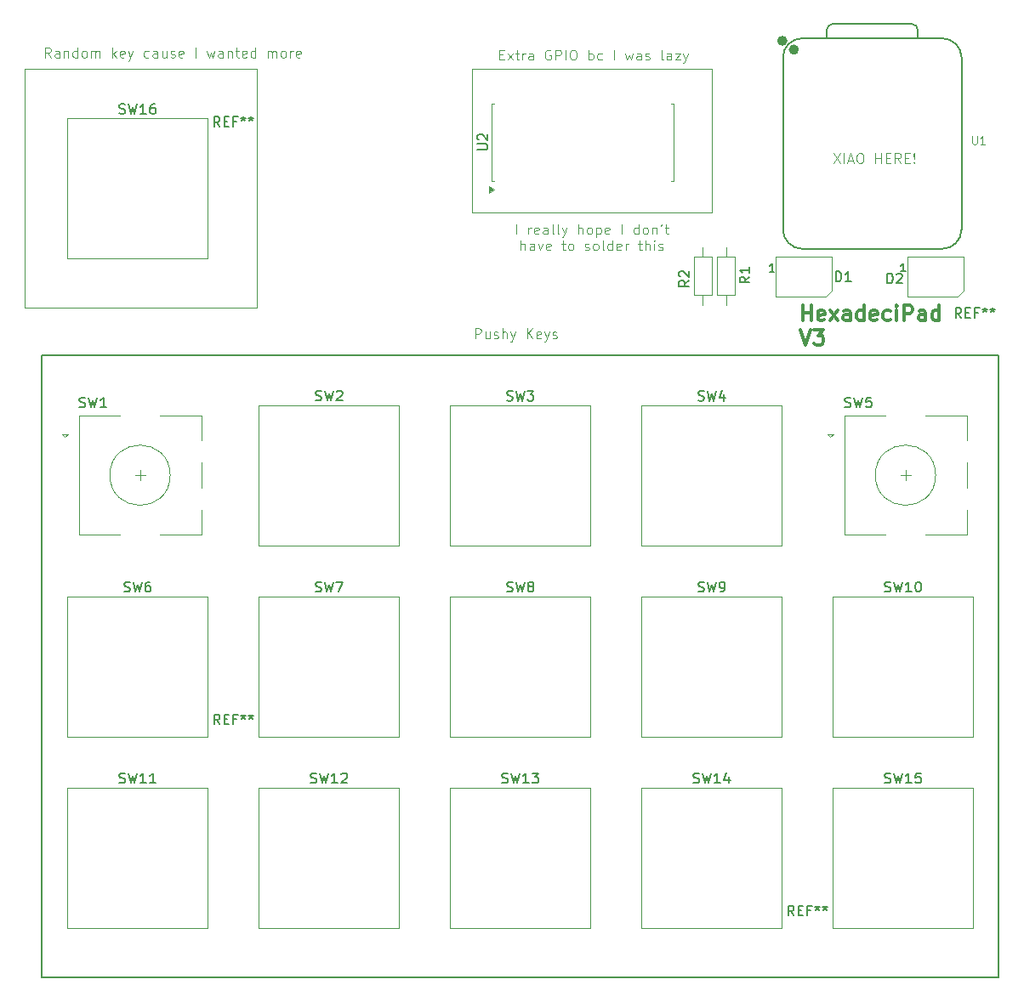
<source format=gbr>
%TF.GenerationSoftware,KiCad,Pcbnew,8.0.8*%
%TF.CreationDate,2025-02-16T20:36:26+13:00*%
%TF.ProjectId,hackpad,6861636b-7061-4642-9e6b-696361645f70,rev?*%
%TF.SameCoordinates,Original*%
%TF.FileFunction,Legend,Top*%
%TF.FilePolarity,Positive*%
%FSLAX46Y46*%
G04 Gerber Fmt 4.6, Leading zero omitted, Abs format (unit mm)*
G04 Created by KiCad (PCBNEW 8.0.8) date 2025-02-16 20:36:26*
%MOMM*%
%LPD*%
G01*
G04 APERTURE LIST*
%ADD10C,0.200000*%
%ADD11C,0.100000*%
%ADD12C,0.300000*%
%ADD13C,0.101600*%
%ADD14C,0.150000*%
%ADD15C,0.127000*%
%ADD16C,0.504000*%
%ADD17C,0.120000*%
G04 APERTURE END LIST*
D10*
X100012500Y-78581250D02*
X195262500Y-78581250D01*
X195262500Y-140493750D01*
X100012500Y-140493750D01*
X100012500Y-78581250D01*
D11*
X98323903Y-50006250D02*
X121443750Y-50006250D01*
X121443750Y-73818750D01*
X98323903Y-73818750D01*
X98323903Y-50006250D01*
X142875000Y-50006250D02*
X166687500Y-50006250D01*
X166687500Y-64293750D01*
X142875000Y-64293750D01*
X142875000Y-50006250D01*
X178802396Y-58403669D02*
X179469062Y-59403669D01*
X179469062Y-58403669D02*
X178802396Y-59403669D01*
X179850015Y-59403669D02*
X179850015Y-58403669D01*
X180278586Y-59117954D02*
X180754776Y-59117954D01*
X180183348Y-59403669D02*
X180516681Y-58403669D01*
X180516681Y-58403669D02*
X180850014Y-59403669D01*
X181373824Y-58403669D02*
X181564300Y-58403669D01*
X181564300Y-58403669D02*
X181659538Y-58451288D01*
X181659538Y-58451288D02*
X181754776Y-58546526D01*
X181754776Y-58546526D02*
X181802395Y-58737002D01*
X181802395Y-58737002D02*
X181802395Y-59070335D01*
X181802395Y-59070335D02*
X181754776Y-59260811D01*
X181754776Y-59260811D02*
X181659538Y-59356050D01*
X181659538Y-59356050D02*
X181564300Y-59403669D01*
X181564300Y-59403669D02*
X181373824Y-59403669D01*
X181373824Y-59403669D02*
X181278586Y-59356050D01*
X181278586Y-59356050D02*
X181183348Y-59260811D01*
X181183348Y-59260811D02*
X181135729Y-59070335D01*
X181135729Y-59070335D02*
X181135729Y-58737002D01*
X181135729Y-58737002D02*
X181183348Y-58546526D01*
X181183348Y-58546526D02*
X181278586Y-58451288D01*
X181278586Y-58451288D02*
X181373824Y-58403669D01*
X182992872Y-59403669D02*
X182992872Y-58403669D01*
X182992872Y-58879859D02*
X183564300Y-58879859D01*
X183564300Y-59403669D02*
X183564300Y-58403669D01*
X184040491Y-58879859D02*
X184373824Y-58879859D01*
X184516681Y-59403669D02*
X184040491Y-59403669D01*
X184040491Y-59403669D02*
X184040491Y-58403669D01*
X184040491Y-58403669D02*
X184516681Y-58403669D01*
X185516681Y-59403669D02*
X185183348Y-58927478D01*
X184945253Y-59403669D02*
X184945253Y-58403669D01*
X184945253Y-58403669D02*
X185326205Y-58403669D01*
X185326205Y-58403669D02*
X185421443Y-58451288D01*
X185421443Y-58451288D02*
X185469062Y-58498907D01*
X185469062Y-58498907D02*
X185516681Y-58594145D01*
X185516681Y-58594145D02*
X185516681Y-58737002D01*
X185516681Y-58737002D02*
X185469062Y-58832240D01*
X185469062Y-58832240D02*
X185421443Y-58879859D01*
X185421443Y-58879859D02*
X185326205Y-58927478D01*
X185326205Y-58927478D02*
X184945253Y-58927478D01*
X185945253Y-58879859D02*
X186278586Y-58879859D01*
X186421443Y-59403669D02*
X185945253Y-59403669D01*
X185945253Y-59403669D02*
X185945253Y-58403669D01*
X185945253Y-58403669D02*
X186421443Y-58403669D01*
X186850015Y-59308430D02*
X186897634Y-59356050D01*
X186897634Y-59356050D02*
X186850015Y-59403669D01*
X186850015Y-59403669D02*
X186802396Y-59356050D01*
X186802396Y-59356050D02*
X186850015Y-59308430D01*
X186850015Y-59308430D02*
X186850015Y-59403669D01*
X186850015Y-59022716D02*
X186802396Y-58451288D01*
X186802396Y-58451288D02*
X186850015Y-58403669D01*
X186850015Y-58403669D02*
X186897634Y-58451288D01*
X186897634Y-58451288D02*
X186850015Y-59022716D01*
X186850015Y-59022716D02*
X186850015Y-58403669D01*
X147219423Y-66473051D02*
X147219423Y-65473051D01*
X148457518Y-66473051D02*
X148457518Y-65806384D01*
X148457518Y-65996860D02*
X148505137Y-65901622D01*
X148505137Y-65901622D02*
X148552756Y-65854003D01*
X148552756Y-65854003D02*
X148647994Y-65806384D01*
X148647994Y-65806384D02*
X148743232Y-65806384D01*
X149457518Y-66425432D02*
X149362280Y-66473051D01*
X149362280Y-66473051D02*
X149171804Y-66473051D01*
X149171804Y-66473051D02*
X149076566Y-66425432D01*
X149076566Y-66425432D02*
X149028947Y-66330193D01*
X149028947Y-66330193D02*
X149028947Y-65949241D01*
X149028947Y-65949241D02*
X149076566Y-65854003D01*
X149076566Y-65854003D02*
X149171804Y-65806384D01*
X149171804Y-65806384D02*
X149362280Y-65806384D01*
X149362280Y-65806384D02*
X149457518Y-65854003D01*
X149457518Y-65854003D02*
X149505137Y-65949241D01*
X149505137Y-65949241D02*
X149505137Y-66044479D01*
X149505137Y-66044479D02*
X149028947Y-66139717D01*
X150362280Y-66473051D02*
X150362280Y-65949241D01*
X150362280Y-65949241D02*
X150314661Y-65854003D01*
X150314661Y-65854003D02*
X150219423Y-65806384D01*
X150219423Y-65806384D02*
X150028947Y-65806384D01*
X150028947Y-65806384D02*
X149933709Y-65854003D01*
X150362280Y-66425432D02*
X150267042Y-66473051D01*
X150267042Y-66473051D02*
X150028947Y-66473051D01*
X150028947Y-66473051D02*
X149933709Y-66425432D01*
X149933709Y-66425432D02*
X149886090Y-66330193D01*
X149886090Y-66330193D02*
X149886090Y-66234955D01*
X149886090Y-66234955D02*
X149933709Y-66139717D01*
X149933709Y-66139717D02*
X150028947Y-66092098D01*
X150028947Y-66092098D02*
X150267042Y-66092098D01*
X150267042Y-66092098D02*
X150362280Y-66044479D01*
X150981328Y-66473051D02*
X150886090Y-66425432D01*
X150886090Y-66425432D02*
X150838471Y-66330193D01*
X150838471Y-66330193D02*
X150838471Y-65473051D01*
X151505138Y-66473051D02*
X151409900Y-66425432D01*
X151409900Y-66425432D02*
X151362281Y-66330193D01*
X151362281Y-66330193D02*
X151362281Y-65473051D01*
X151790853Y-65806384D02*
X152028948Y-66473051D01*
X152267043Y-65806384D02*
X152028948Y-66473051D01*
X152028948Y-66473051D02*
X151933710Y-66711146D01*
X151933710Y-66711146D02*
X151886091Y-66758765D01*
X151886091Y-66758765D02*
X151790853Y-66806384D01*
X153409901Y-66473051D02*
X153409901Y-65473051D01*
X153838472Y-66473051D02*
X153838472Y-65949241D01*
X153838472Y-65949241D02*
X153790853Y-65854003D01*
X153790853Y-65854003D02*
X153695615Y-65806384D01*
X153695615Y-65806384D02*
X153552758Y-65806384D01*
X153552758Y-65806384D02*
X153457520Y-65854003D01*
X153457520Y-65854003D02*
X153409901Y-65901622D01*
X154457520Y-66473051D02*
X154362282Y-66425432D01*
X154362282Y-66425432D02*
X154314663Y-66377812D01*
X154314663Y-66377812D02*
X154267044Y-66282574D01*
X154267044Y-66282574D02*
X154267044Y-65996860D01*
X154267044Y-65996860D02*
X154314663Y-65901622D01*
X154314663Y-65901622D02*
X154362282Y-65854003D01*
X154362282Y-65854003D02*
X154457520Y-65806384D01*
X154457520Y-65806384D02*
X154600377Y-65806384D01*
X154600377Y-65806384D02*
X154695615Y-65854003D01*
X154695615Y-65854003D02*
X154743234Y-65901622D01*
X154743234Y-65901622D02*
X154790853Y-65996860D01*
X154790853Y-65996860D02*
X154790853Y-66282574D01*
X154790853Y-66282574D02*
X154743234Y-66377812D01*
X154743234Y-66377812D02*
X154695615Y-66425432D01*
X154695615Y-66425432D02*
X154600377Y-66473051D01*
X154600377Y-66473051D02*
X154457520Y-66473051D01*
X155219425Y-65806384D02*
X155219425Y-66806384D01*
X155219425Y-65854003D02*
X155314663Y-65806384D01*
X155314663Y-65806384D02*
X155505139Y-65806384D01*
X155505139Y-65806384D02*
X155600377Y-65854003D01*
X155600377Y-65854003D02*
X155647996Y-65901622D01*
X155647996Y-65901622D02*
X155695615Y-65996860D01*
X155695615Y-65996860D02*
X155695615Y-66282574D01*
X155695615Y-66282574D02*
X155647996Y-66377812D01*
X155647996Y-66377812D02*
X155600377Y-66425432D01*
X155600377Y-66425432D02*
X155505139Y-66473051D01*
X155505139Y-66473051D02*
X155314663Y-66473051D01*
X155314663Y-66473051D02*
X155219425Y-66425432D01*
X156505139Y-66425432D02*
X156409901Y-66473051D01*
X156409901Y-66473051D02*
X156219425Y-66473051D01*
X156219425Y-66473051D02*
X156124187Y-66425432D01*
X156124187Y-66425432D02*
X156076568Y-66330193D01*
X156076568Y-66330193D02*
X156076568Y-65949241D01*
X156076568Y-65949241D02*
X156124187Y-65854003D01*
X156124187Y-65854003D02*
X156219425Y-65806384D01*
X156219425Y-65806384D02*
X156409901Y-65806384D01*
X156409901Y-65806384D02*
X156505139Y-65854003D01*
X156505139Y-65854003D02*
X156552758Y-65949241D01*
X156552758Y-65949241D02*
X156552758Y-66044479D01*
X156552758Y-66044479D02*
X156076568Y-66139717D01*
X157743235Y-66473051D02*
X157743235Y-65473051D01*
X159409901Y-66473051D02*
X159409901Y-65473051D01*
X159409901Y-66425432D02*
X159314663Y-66473051D01*
X159314663Y-66473051D02*
X159124187Y-66473051D01*
X159124187Y-66473051D02*
X159028949Y-66425432D01*
X159028949Y-66425432D02*
X158981330Y-66377812D01*
X158981330Y-66377812D02*
X158933711Y-66282574D01*
X158933711Y-66282574D02*
X158933711Y-65996860D01*
X158933711Y-65996860D02*
X158981330Y-65901622D01*
X158981330Y-65901622D02*
X159028949Y-65854003D01*
X159028949Y-65854003D02*
X159124187Y-65806384D01*
X159124187Y-65806384D02*
X159314663Y-65806384D01*
X159314663Y-65806384D02*
X159409901Y-65854003D01*
X160028949Y-66473051D02*
X159933711Y-66425432D01*
X159933711Y-66425432D02*
X159886092Y-66377812D01*
X159886092Y-66377812D02*
X159838473Y-66282574D01*
X159838473Y-66282574D02*
X159838473Y-65996860D01*
X159838473Y-65996860D02*
X159886092Y-65901622D01*
X159886092Y-65901622D02*
X159933711Y-65854003D01*
X159933711Y-65854003D02*
X160028949Y-65806384D01*
X160028949Y-65806384D02*
X160171806Y-65806384D01*
X160171806Y-65806384D02*
X160267044Y-65854003D01*
X160267044Y-65854003D02*
X160314663Y-65901622D01*
X160314663Y-65901622D02*
X160362282Y-65996860D01*
X160362282Y-65996860D02*
X160362282Y-66282574D01*
X160362282Y-66282574D02*
X160314663Y-66377812D01*
X160314663Y-66377812D02*
X160267044Y-66425432D01*
X160267044Y-66425432D02*
X160171806Y-66473051D01*
X160171806Y-66473051D02*
X160028949Y-66473051D01*
X160790854Y-65806384D02*
X160790854Y-66473051D01*
X160790854Y-65901622D02*
X160838473Y-65854003D01*
X160838473Y-65854003D02*
X160933711Y-65806384D01*
X160933711Y-65806384D02*
X161076568Y-65806384D01*
X161076568Y-65806384D02*
X161171806Y-65854003D01*
X161171806Y-65854003D02*
X161219425Y-65949241D01*
X161219425Y-65949241D02*
X161219425Y-66473051D01*
X161743235Y-65473051D02*
X161647997Y-65663527D01*
X162028949Y-65806384D02*
X162409901Y-65806384D01*
X162171806Y-65473051D02*
X162171806Y-66330193D01*
X162171806Y-66330193D02*
X162219425Y-66425432D01*
X162219425Y-66425432D02*
X162314663Y-66473051D01*
X162314663Y-66473051D02*
X162409901Y-66473051D01*
X147695613Y-68082995D02*
X147695613Y-67082995D01*
X148124184Y-68082995D02*
X148124184Y-67559185D01*
X148124184Y-67559185D02*
X148076565Y-67463947D01*
X148076565Y-67463947D02*
X147981327Y-67416328D01*
X147981327Y-67416328D02*
X147838470Y-67416328D01*
X147838470Y-67416328D02*
X147743232Y-67463947D01*
X147743232Y-67463947D02*
X147695613Y-67511566D01*
X149028946Y-68082995D02*
X149028946Y-67559185D01*
X149028946Y-67559185D02*
X148981327Y-67463947D01*
X148981327Y-67463947D02*
X148886089Y-67416328D01*
X148886089Y-67416328D02*
X148695613Y-67416328D01*
X148695613Y-67416328D02*
X148600375Y-67463947D01*
X149028946Y-68035376D02*
X148933708Y-68082995D01*
X148933708Y-68082995D02*
X148695613Y-68082995D01*
X148695613Y-68082995D02*
X148600375Y-68035376D01*
X148600375Y-68035376D02*
X148552756Y-67940137D01*
X148552756Y-67940137D02*
X148552756Y-67844899D01*
X148552756Y-67844899D02*
X148600375Y-67749661D01*
X148600375Y-67749661D02*
X148695613Y-67702042D01*
X148695613Y-67702042D02*
X148933708Y-67702042D01*
X148933708Y-67702042D02*
X149028946Y-67654423D01*
X149409899Y-67416328D02*
X149647994Y-68082995D01*
X149647994Y-68082995D02*
X149886089Y-67416328D01*
X150647994Y-68035376D02*
X150552756Y-68082995D01*
X150552756Y-68082995D02*
X150362280Y-68082995D01*
X150362280Y-68082995D02*
X150267042Y-68035376D01*
X150267042Y-68035376D02*
X150219423Y-67940137D01*
X150219423Y-67940137D02*
X150219423Y-67559185D01*
X150219423Y-67559185D02*
X150267042Y-67463947D01*
X150267042Y-67463947D02*
X150362280Y-67416328D01*
X150362280Y-67416328D02*
X150552756Y-67416328D01*
X150552756Y-67416328D02*
X150647994Y-67463947D01*
X150647994Y-67463947D02*
X150695613Y-67559185D01*
X150695613Y-67559185D02*
X150695613Y-67654423D01*
X150695613Y-67654423D02*
X150219423Y-67749661D01*
X151743233Y-67416328D02*
X152124185Y-67416328D01*
X151886090Y-67082995D02*
X151886090Y-67940137D01*
X151886090Y-67940137D02*
X151933709Y-68035376D01*
X151933709Y-68035376D02*
X152028947Y-68082995D01*
X152028947Y-68082995D02*
X152124185Y-68082995D01*
X152600376Y-68082995D02*
X152505138Y-68035376D01*
X152505138Y-68035376D02*
X152457519Y-67987756D01*
X152457519Y-67987756D02*
X152409900Y-67892518D01*
X152409900Y-67892518D02*
X152409900Y-67606804D01*
X152409900Y-67606804D02*
X152457519Y-67511566D01*
X152457519Y-67511566D02*
X152505138Y-67463947D01*
X152505138Y-67463947D02*
X152600376Y-67416328D01*
X152600376Y-67416328D02*
X152743233Y-67416328D01*
X152743233Y-67416328D02*
X152838471Y-67463947D01*
X152838471Y-67463947D02*
X152886090Y-67511566D01*
X152886090Y-67511566D02*
X152933709Y-67606804D01*
X152933709Y-67606804D02*
X152933709Y-67892518D01*
X152933709Y-67892518D02*
X152886090Y-67987756D01*
X152886090Y-67987756D02*
X152838471Y-68035376D01*
X152838471Y-68035376D02*
X152743233Y-68082995D01*
X152743233Y-68082995D02*
X152600376Y-68082995D01*
X154076567Y-68035376D02*
X154171805Y-68082995D01*
X154171805Y-68082995D02*
X154362281Y-68082995D01*
X154362281Y-68082995D02*
X154457519Y-68035376D01*
X154457519Y-68035376D02*
X154505138Y-67940137D01*
X154505138Y-67940137D02*
X154505138Y-67892518D01*
X154505138Y-67892518D02*
X154457519Y-67797280D01*
X154457519Y-67797280D02*
X154362281Y-67749661D01*
X154362281Y-67749661D02*
X154219424Y-67749661D01*
X154219424Y-67749661D02*
X154124186Y-67702042D01*
X154124186Y-67702042D02*
X154076567Y-67606804D01*
X154076567Y-67606804D02*
X154076567Y-67559185D01*
X154076567Y-67559185D02*
X154124186Y-67463947D01*
X154124186Y-67463947D02*
X154219424Y-67416328D01*
X154219424Y-67416328D02*
X154362281Y-67416328D01*
X154362281Y-67416328D02*
X154457519Y-67463947D01*
X155076567Y-68082995D02*
X154981329Y-68035376D01*
X154981329Y-68035376D02*
X154933710Y-67987756D01*
X154933710Y-67987756D02*
X154886091Y-67892518D01*
X154886091Y-67892518D02*
X154886091Y-67606804D01*
X154886091Y-67606804D02*
X154933710Y-67511566D01*
X154933710Y-67511566D02*
X154981329Y-67463947D01*
X154981329Y-67463947D02*
X155076567Y-67416328D01*
X155076567Y-67416328D02*
X155219424Y-67416328D01*
X155219424Y-67416328D02*
X155314662Y-67463947D01*
X155314662Y-67463947D02*
X155362281Y-67511566D01*
X155362281Y-67511566D02*
X155409900Y-67606804D01*
X155409900Y-67606804D02*
X155409900Y-67892518D01*
X155409900Y-67892518D02*
X155362281Y-67987756D01*
X155362281Y-67987756D02*
X155314662Y-68035376D01*
X155314662Y-68035376D02*
X155219424Y-68082995D01*
X155219424Y-68082995D02*
X155076567Y-68082995D01*
X155981329Y-68082995D02*
X155886091Y-68035376D01*
X155886091Y-68035376D02*
X155838472Y-67940137D01*
X155838472Y-67940137D02*
X155838472Y-67082995D01*
X156790853Y-68082995D02*
X156790853Y-67082995D01*
X156790853Y-68035376D02*
X156695615Y-68082995D01*
X156695615Y-68082995D02*
X156505139Y-68082995D01*
X156505139Y-68082995D02*
X156409901Y-68035376D01*
X156409901Y-68035376D02*
X156362282Y-67987756D01*
X156362282Y-67987756D02*
X156314663Y-67892518D01*
X156314663Y-67892518D02*
X156314663Y-67606804D01*
X156314663Y-67606804D02*
X156362282Y-67511566D01*
X156362282Y-67511566D02*
X156409901Y-67463947D01*
X156409901Y-67463947D02*
X156505139Y-67416328D01*
X156505139Y-67416328D02*
X156695615Y-67416328D01*
X156695615Y-67416328D02*
X156790853Y-67463947D01*
X157647996Y-68035376D02*
X157552758Y-68082995D01*
X157552758Y-68082995D02*
X157362282Y-68082995D01*
X157362282Y-68082995D02*
X157267044Y-68035376D01*
X157267044Y-68035376D02*
X157219425Y-67940137D01*
X157219425Y-67940137D02*
X157219425Y-67559185D01*
X157219425Y-67559185D02*
X157267044Y-67463947D01*
X157267044Y-67463947D02*
X157362282Y-67416328D01*
X157362282Y-67416328D02*
X157552758Y-67416328D01*
X157552758Y-67416328D02*
X157647996Y-67463947D01*
X157647996Y-67463947D02*
X157695615Y-67559185D01*
X157695615Y-67559185D02*
X157695615Y-67654423D01*
X157695615Y-67654423D02*
X157219425Y-67749661D01*
X158124187Y-68082995D02*
X158124187Y-67416328D01*
X158124187Y-67606804D02*
X158171806Y-67511566D01*
X158171806Y-67511566D02*
X158219425Y-67463947D01*
X158219425Y-67463947D02*
X158314663Y-67416328D01*
X158314663Y-67416328D02*
X158409901Y-67416328D01*
X159362283Y-67416328D02*
X159743235Y-67416328D01*
X159505140Y-67082995D02*
X159505140Y-67940137D01*
X159505140Y-67940137D02*
X159552759Y-68035376D01*
X159552759Y-68035376D02*
X159647997Y-68082995D01*
X159647997Y-68082995D02*
X159743235Y-68082995D01*
X160076569Y-68082995D02*
X160076569Y-67082995D01*
X160505140Y-68082995D02*
X160505140Y-67559185D01*
X160505140Y-67559185D02*
X160457521Y-67463947D01*
X160457521Y-67463947D02*
X160362283Y-67416328D01*
X160362283Y-67416328D02*
X160219426Y-67416328D01*
X160219426Y-67416328D02*
X160124188Y-67463947D01*
X160124188Y-67463947D02*
X160076569Y-67511566D01*
X160981331Y-68082995D02*
X160981331Y-67416328D01*
X160981331Y-67082995D02*
X160933712Y-67130614D01*
X160933712Y-67130614D02*
X160981331Y-67178233D01*
X160981331Y-67178233D02*
X161028950Y-67130614D01*
X161028950Y-67130614D02*
X160981331Y-67082995D01*
X160981331Y-67082995D02*
X160981331Y-67178233D01*
X161409902Y-68035376D02*
X161505140Y-68082995D01*
X161505140Y-68082995D02*
X161695616Y-68082995D01*
X161695616Y-68082995D02*
X161790854Y-68035376D01*
X161790854Y-68035376D02*
X161838473Y-67940137D01*
X161838473Y-67940137D02*
X161838473Y-67892518D01*
X161838473Y-67892518D02*
X161790854Y-67797280D01*
X161790854Y-67797280D02*
X161695616Y-67749661D01*
X161695616Y-67749661D02*
X161552759Y-67749661D01*
X161552759Y-67749661D02*
X161457521Y-67702042D01*
X161457521Y-67702042D02*
X161409902Y-67606804D01*
X161409902Y-67606804D02*
X161409902Y-67559185D01*
X161409902Y-67559185D02*
X161457521Y-67463947D01*
X161457521Y-67463947D02*
X161552759Y-67416328D01*
X161552759Y-67416328D02*
X161695616Y-67416328D01*
X161695616Y-67416328D02*
X161790854Y-67463947D01*
X145568117Y-48585722D02*
X145901450Y-48585722D01*
X146044307Y-49109532D02*
X145568117Y-49109532D01*
X145568117Y-49109532D02*
X145568117Y-48109532D01*
X145568117Y-48109532D02*
X146044307Y-48109532D01*
X146377641Y-49109532D02*
X146901450Y-48442865D01*
X146377641Y-48442865D02*
X146901450Y-49109532D01*
X147139546Y-48442865D02*
X147520498Y-48442865D01*
X147282403Y-48109532D02*
X147282403Y-48966674D01*
X147282403Y-48966674D02*
X147330022Y-49061913D01*
X147330022Y-49061913D02*
X147425260Y-49109532D01*
X147425260Y-49109532D02*
X147520498Y-49109532D01*
X147853832Y-49109532D02*
X147853832Y-48442865D01*
X147853832Y-48633341D02*
X147901451Y-48538103D01*
X147901451Y-48538103D02*
X147949070Y-48490484D01*
X147949070Y-48490484D02*
X148044308Y-48442865D01*
X148044308Y-48442865D02*
X148139546Y-48442865D01*
X148901451Y-49109532D02*
X148901451Y-48585722D01*
X148901451Y-48585722D02*
X148853832Y-48490484D01*
X148853832Y-48490484D02*
X148758594Y-48442865D01*
X148758594Y-48442865D02*
X148568118Y-48442865D01*
X148568118Y-48442865D02*
X148472880Y-48490484D01*
X148901451Y-49061913D02*
X148806213Y-49109532D01*
X148806213Y-49109532D02*
X148568118Y-49109532D01*
X148568118Y-49109532D02*
X148472880Y-49061913D01*
X148472880Y-49061913D02*
X148425261Y-48966674D01*
X148425261Y-48966674D02*
X148425261Y-48871436D01*
X148425261Y-48871436D02*
X148472880Y-48776198D01*
X148472880Y-48776198D02*
X148568118Y-48728579D01*
X148568118Y-48728579D02*
X148806213Y-48728579D01*
X148806213Y-48728579D02*
X148901451Y-48680960D01*
X150663356Y-48157151D02*
X150568118Y-48109532D01*
X150568118Y-48109532D02*
X150425261Y-48109532D01*
X150425261Y-48109532D02*
X150282404Y-48157151D01*
X150282404Y-48157151D02*
X150187166Y-48252389D01*
X150187166Y-48252389D02*
X150139547Y-48347627D01*
X150139547Y-48347627D02*
X150091928Y-48538103D01*
X150091928Y-48538103D02*
X150091928Y-48680960D01*
X150091928Y-48680960D02*
X150139547Y-48871436D01*
X150139547Y-48871436D02*
X150187166Y-48966674D01*
X150187166Y-48966674D02*
X150282404Y-49061913D01*
X150282404Y-49061913D02*
X150425261Y-49109532D01*
X150425261Y-49109532D02*
X150520499Y-49109532D01*
X150520499Y-49109532D02*
X150663356Y-49061913D01*
X150663356Y-49061913D02*
X150710975Y-49014293D01*
X150710975Y-49014293D02*
X150710975Y-48680960D01*
X150710975Y-48680960D02*
X150520499Y-48680960D01*
X151139547Y-49109532D02*
X151139547Y-48109532D01*
X151139547Y-48109532D02*
X151520499Y-48109532D01*
X151520499Y-48109532D02*
X151615737Y-48157151D01*
X151615737Y-48157151D02*
X151663356Y-48204770D01*
X151663356Y-48204770D02*
X151710975Y-48300008D01*
X151710975Y-48300008D02*
X151710975Y-48442865D01*
X151710975Y-48442865D02*
X151663356Y-48538103D01*
X151663356Y-48538103D02*
X151615737Y-48585722D01*
X151615737Y-48585722D02*
X151520499Y-48633341D01*
X151520499Y-48633341D02*
X151139547Y-48633341D01*
X152139547Y-49109532D02*
X152139547Y-48109532D01*
X152806213Y-48109532D02*
X152996689Y-48109532D01*
X152996689Y-48109532D02*
X153091927Y-48157151D01*
X153091927Y-48157151D02*
X153187165Y-48252389D01*
X153187165Y-48252389D02*
X153234784Y-48442865D01*
X153234784Y-48442865D02*
X153234784Y-48776198D01*
X153234784Y-48776198D02*
X153187165Y-48966674D01*
X153187165Y-48966674D02*
X153091927Y-49061913D01*
X153091927Y-49061913D02*
X152996689Y-49109532D01*
X152996689Y-49109532D02*
X152806213Y-49109532D01*
X152806213Y-49109532D02*
X152710975Y-49061913D01*
X152710975Y-49061913D02*
X152615737Y-48966674D01*
X152615737Y-48966674D02*
X152568118Y-48776198D01*
X152568118Y-48776198D02*
X152568118Y-48442865D01*
X152568118Y-48442865D02*
X152615737Y-48252389D01*
X152615737Y-48252389D02*
X152710975Y-48157151D01*
X152710975Y-48157151D02*
X152806213Y-48109532D01*
X154425261Y-49109532D02*
X154425261Y-48109532D01*
X154425261Y-48490484D02*
X154520499Y-48442865D01*
X154520499Y-48442865D02*
X154710975Y-48442865D01*
X154710975Y-48442865D02*
X154806213Y-48490484D01*
X154806213Y-48490484D02*
X154853832Y-48538103D01*
X154853832Y-48538103D02*
X154901451Y-48633341D01*
X154901451Y-48633341D02*
X154901451Y-48919055D01*
X154901451Y-48919055D02*
X154853832Y-49014293D01*
X154853832Y-49014293D02*
X154806213Y-49061913D01*
X154806213Y-49061913D02*
X154710975Y-49109532D01*
X154710975Y-49109532D02*
X154520499Y-49109532D01*
X154520499Y-49109532D02*
X154425261Y-49061913D01*
X155758594Y-49061913D02*
X155663356Y-49109532D01*
X155663356Y-49109532D02*
X155472880Y-49109532D01*
X155472880Y-49109532D02*
X155377642Y-49061913D01*
X155377642Y-49061913D02*
X155330023Y-49014293D01*
X155330023Y-49014293D02*
X155282404Y-48919055D01*
X155282404Y-48919055D02*
X155282404Y-48633341D01*
X155282404Y-48633341D02*
X155330023Y-48538103D01*
X155330023Y-48538103D02*
X155377642Y-48490484D01*
X155377642Y-48490484D02*
X155472880Y-48442865D01*
X155472880Y-48442865D02*
X155663356Y-48442865D01*
X155663356Y-48442865D02*
X155758594Y-48490484D01*
X156949071Y-49109532D02*
X156949071Y-48109532D01*
X158091928Y-48442865D02*
X158282404Y-49109532D01*
X158282404Y-49109532D02*
X158472880Y-48633341D01*
X158472880Y-48633341D02*
X158663356Y-49109532D01*
X158663356Y-49109532D02*
X158853832Y-48442865D01*
X159663356Y-49109532D02*
X159663356Y-48585722D01*
X159663356Y-48585722D02*
X159615737Y-48490484D01*
X159615737Y-48490484D02*
X159520499Y-48442865D01*
X159520499Y-48442865D02*
X159330023Y-48442865D01*
X159330023Y-48442865D02*
X159234785Y-48490484D01*
X159663356Y-49061913D02*
X159568118Y-49109532D01*
X159568118Y-49109532D02*
X159330023Y-49109532D01*
X159330023Y-49109532D02*
X159234785Y-49061913D01*
X159234785Y-49061913D02*
X159187166Y-48966674D01*
X159187166Y-48966674D02*
X159187166Y-48871436D01*
X159187166Y-48871436D02*
X159234785Y-48776198D01*
X159234785Y-48776198D02*
X159330023Y-48728579D01*
X159330023Y-48728579D02*
X159568118Y-48728579D01*
X159568118Y-48728579D02*
X159663356Y-48680960D01*
X160091928Y-49061913D02*
X160187166Y-49109532D01*
X160187166Y-49109532D02*
X160377642Y-49109532D01*
X160377642Y-49109532D02*
X160472880Y-49061913D01*
X160472880Y-49061913D02*
X160520499Y-48966674D01*
X160520499Y-48966674D02*
X160520499Y-48919055D01*
X160520499Y-48919055D02*
X160472880Y-48823817D01*
X160472880Y-48823817D02*
X160377642Y-48776198D01*
X160377642Y-48776198D02*
X160234785Y-48776198D01*
X160234785Y-48776198D02*
X160139547Y-48728579D01*
X160139547Y-48728579D02*
X160091928Y-48633341D01*
X160091928Y-48633341D02*
X160091928Y-48585722D01*
X160091928Y-48585722D02*
X160139547Y-48490484D01*
X160139547Y-48490484D02*
X160234785Y-48442865D01*
X160234785Y-48442865D02*
X160377642Y-48442865D01*
X160377642Y-48442865D02*
X160472880Y-48490484D01*
X161853833Y-49109532D02*
X161758595Y-49061913D01*
X161758595Y-49061913D02*
X161710976Y-48966674D01*
X161710976Y-48966674D02*
X161710976Y-48109532D01*
X162663357Y-49109532D02*
X162663357Y-48585722D01*
X162663357Y-48585722D02*
X162615738Y-48490484D01*
X162615738Y-48490484D02*
X162520500Y-48442865D01*
X162520500Y-48442865D02*
X162330024Y-48442865D01*
X162330024Y-48442865D02*
X162234786Y-48490484D01*
X162663357Y-49061913D02*
X162568119Y-49109532D01*
X162568119Y-49109532D02*
X162330024Y-49109532D01*
X162330024Y-49109532D02*
X162234786Y-49061913D01*
X162234786Y-49061913D02*
X162187167Y-48966674D01*
X162187167Y-48966674D02*
X162187167Y-48871436D01*
X162187167Y-48871436D02*
X162234786Y-48776198D01*
X162234786Y-48776198D02*
X162330024Y-48728579D01*
X162330024Y-48728579D02*
X162568119Y-48728579D01*
X162568119Y-48728579D02*
X162663357Y-48680960D01*
X163044310Y-48442865D02*
X163568119Y-48442865D01*
X163568119Y-48442865D02*
X163044310Y-49109532D01*
X163044310Y-49109532D02*
X163568119Y-49109532D01*
X163853834Y-48442865D02*
X164091929Y-49109532D01*
X164330024Y-48442865D02*
X164091929Y-49109532D01*
X164091929Y-49109532D02*
X163996691Y-49347627D01*
X163996691Y-49347627D02*
X163949072Y-49395246D01*
X163949072Y-49395246D02*
X163853834Y-49442865D01*
X143154536Y-76858318D02*
X143154536Y-75858318D01*
X143154536Y-75858318D02*
X143535488Y-75858318D01*
X143535488Y-75858318D02*
X143630726Y-75905937D01*
X143630726Y-75905937D02*
X143678345Y-75953556D01*
X143678345Y-75953556D02*
X143725964Y-76048794D01*
X143725964Y-76048794D02*
X143725964Y-76191651D01*
X143725964Y-76191651D02*
X143678345Y-76286889D01*
X143678345Y-76286889D02*
X143630726Y-76334508D01*
X143630726Y-76334508D02*
X143535488Y-76382127D01*
X143535488Y-76382127D02*
X143154536Y-76382127D01*
X144583107Y-76191651D02*
X144583107Y-76858318D01*
X144154536Y-76191651D02*
X144154536Y-76715460D01*
X144154536Y-76715460D02*
X144202155Y-76810699D01*
X144202155Y-76810699D02*
X144297393Y-76858318D01*
X144297393Y-76858318D02*
X144440250Y-76858318D01*
X144440250Y-76858318D02*
X144535488Y-76810699D01*
X144535488Y-76810699D02*
X144583107Y-76763079D01*
X145011679Y-76810699D02*
X145106917Y-76858318D01*
X145106917Y-76858318D02*
X145297393Y-76858318D01*
X145297393Y-76858318D02*
X145392631Y-76810699D01*
X145392631Y-76810699D02*
X145440250Y-76715460D01*
X145440250Y-76715460D02*
X145440250Y-76667841D01*
X145440250Y-76667841D02*
X145392631Y-76572603D01*
X145392631Y-76572603D02*
X145297393Y-76524984D01*
X145297393Y-76524984D02*
X145154536Y-76524984D01*
X145154536Y-76524984D02*
X145059298Y-76477365D01*
X145059298Y-76477365D02*
X145011679Y-76382127D01*
X145011679Y-76382127D02*
X145011679Y-76334508D01*
X145011679Y-76334508D02*
X145059298Y-76239270D01*
X145059298Y-76239270D02*
X145154536Y-76191651D01*
X145154536Y-76191651D02*
X145297393Y-76191651D01*
X145297393Y-76191651D02*
X145392631Y-76239270D01*
X145868822Y-76858318D02*
X145868822Y-75858318D01*
X146297393Y-76858318D02*
X146297393Y-76334508D01*
X146297393Y-76334508D02*
X146249774Y-76239270D01*
X146249774Y-76239270D02*
X146154536Y-76191651D01*
X146154536Y-76191651D02*
X146011679Y-76191651D01*
X146011679Y-76191651D02*
X145916441Y-76239270D01*
X145916441Y-76239270D02*
X145868822Y-76286889D01*
X146678346Y-76191651D02*
X146916441Y-76858318D01*
X147154536Y-76191651D02*
X146916441Y-76858318D01*
X146916441Y-76858318D02*
X146821203Y-77096413D01*
X146821203Y-77096413D02*
X146773584Y-77144032D01*
X146773584Y-77144032D02*
X146678346Y-77191651D01*
X148297394Y-76858318D02*
X148297394Y-75858318D01*
X148868822Y-76858318D02*
X148440251Y-76286889D01*
X148868822Y-75858318D02*
X148297394Y-76429746D01*
X149678346Y-76810699D02*
X149583108Y-76858318D01*
X149583108Y-76858318D02*
X149392632Y-76858318D01*
X149392632Y-76858318D02*
X149297394Y-76810699D01*
X149297394Y-76810699D02*
X149249775Y-76715460D01*
X149249775Y-76715460D02*
X149249775Y-76334508D01*
X149249775Y-76334508D02*
X149297394Y-76239270D01*
X149297394Y-76239270D02*
X149392632Y-76191651D01*
X149392632Y-76191651D02*
X149583108Y-76191651D01*
X149583108Y-76191651D02*
X149678346Y-76239270D01*
X149678346Y-76239270D02*
X149725965Y-76334508D01*
X149725965Y-76334508D02*
X149725965Y-76429746D01*
X149725965Y-76429746D02*
X149249775Y-76524984D01*
X150059299Y-76191651D02*
X150297394Y-76858318D01*
X150535489Y-76191651D02*
X150297394Y-76858318D01*
X150297394Y-76858318D02*
X150202156Y-77096413D01*
X150202156Y-77096413D02*
X150154537Y-77144032D01*
X150154537Y-77144032D02*
X150059299Y-77191651D01*
X150868823Y-76810699D02*
X150964061Y-76858318D01*
X150964061Y-76858318D02*
X151154537Y-76858318D01*
X151154537Y-76858318D02*
X151249775Y-76810699D01*
X151249775Y-76810699D02*
X151297394Y-76715460D01*
X151297394Y-76715460D02*
X151297394Y-76667841D01*
X151297394Y-76667841D02*
X151249775Y-76572603D01*
X151249775Y-76572603D02*
X151154537Y-76524984D01*
X151154537Y-76524984D02*
X151011680Y-76524984D01*
X151011680Y-76524984D02*
X150916442Y-76477365D01*
X150916442Y-76477365D02*
X150868823Y-76382127D01*
X150868823Y-76382127D02*
X150868823Y-76334508D01*
X150868823Y-76334508D02*
X150916442Y-76239270D01*
X150916442Y-76239270D02*
X151011680Y-76191651D01*
X151011680Y-76191651D02*
X151154537Y-76191651D01*
X151154537Y-76191651D02*
X151249775Y-76239270D01*
X100887812Y-48884518D02*
X100554479Y-48408327D01*
X100316384Y-48884518D02*
X100316384Y-47884518D01*
X100316384Y-47884518D02*
X100697336Y-47884518D01*
X100697336Y-47884518D02*
X100792574Y-47932137D01*
X100792574Y-47932137D02*
X100840193Y-47979756D01*
X100840193Y-47979756D02*
X100887812Y-48074994D01*
X100887812Y-48074994D02*
X100887812Y-48217851D01*
X100887812Y-48217851D02*
X100840193Y-48313089D01*
X100840193Y-48313089D02*
X100792574Y-48360708D01*
X100792574Y-48360708D02*
X100697336Y-48408327D01*
X100697336Y-48408327D02*
X100316384Y-48408327D01*
X101744955Y-48884518D02*
X101744955Y-48360708D01*
X101744955Y-48360708D02*
X101697336Y-48265470D01*
X101697336Y-48265470D02*
X101602098Y-48217851D01*
X101602098Y-48217851D02*
X101411622Y-48217851D01*
X101411622Y-48217851D02*
X101316384Y-48265470D01*
X101744955Y-48836899D02*
X101649717Y-48884518D01*
X101649717Y-48884518D02*
X101411622Y-48884518D01*
X101411622Y-48884518D02*
X101316384Y-48836899D01*
X101316384Y-48836899D02*
X101268765Y-48741660D01*
X101268765Y-48741660D02*
X101268765Y-48646422D01*
X101268765Y-48646422D02*
X101316384Y-48551184D01*
X101316384Y-48551184D02*
X101411622Y-48503565D01*
X101411622Y-48503565D02*
X101649717Y-48503565D01*
X101649717Y-48503565D02*
X101744955Y-48455946D01*
X102221146Y-48217851D02*
X102221146Y-48884518D01*
X102221146Y-48313089D02*
X102268765Y-48265470D01*
X102268765Y-48265470D02*
X102364003Y-48217851D01*
X102364003Y-48217851D02*
X102506860Y-48217851D01*
X102506860Y-48217851D02*
X102602098Y-48265470D01*
X102602098Y-48265470D02*
X102649717Y-48360708D01*
X102649717Y-48360708D02*
X102649717Y-48884518D01*
X103554479Y-48884518D02*
X103554479Y-47884518D01*
X103554479Y-48836899D02*
X103459241Y-48884518D01*
X103459241Y-48884518D02*
X103268765Y-48884518D01*
X103268765Y-48884518D02*
X103173527Y-48836899D01*
X103173527Y-48836899D02*
X103125908Y-48789279D01*
X103125908Y-48789279D02*
X103078289Y-48694041D01*
X103078289Y-48694041D02*
X103078289Y-48408327D01*
X103078289Y-48408327D02*
X103125908Y-48313089D01*
X103125908Y-48313089D02*
X103173527Y-48265470D01*
X103173527Y-48265470D02*
X103268765Y-48217851D01*
X103268765Y-48217851D02*
X103459241Y-48217851D01*
X103459241Y-48217851D02*
X103554479Y-48265470D01*
X104173527Y-48884518D02*
X104078289Y-48836899D01*
X104078289Y-48836899D02*
X104030670Y-48789279D01*
X104030670Y-48789279D02*
X103983051Y-48694041D01*
X103983051Y-48694041D02*
X103983051Y-48408327D01*
X103983051Y-48408327D02*
X104030670Y-48313089D01*
X104030670Y-48313089D02*
X104078289Y-48265470D01*
X104078289Y-48265470D02*
X104173527Y-48217851D01*
X104173527Y-48217851D02*
X104316384Y-48217851D01*
X104316384Y-48217851D02*
X104411622Y-48265470D01*
X104411622Y-48265470D02*
X104459241Y-48313089D01*
X104459241Y-48313089D02*
X104506860Y-48408327D01*
X104506860Y-48408327D02*
X104506860Y-48694041D01*
X104506860Y-48694041D02*
X104459241Y-48789279D01*
X104459241Y-48789279D02*
X104411622Y-48836899D01*
X104411622Y-48836899D02*
X104316384Y-48884518D01*
X104316384Y-48884518D02*
X104173527Y-48884518D01*
X104935432Y-48884518D02*
X104935432Y-48217851D01*
X104935432Y-48313089D02*
X104983051Y-48265470D01*
X104983051Y-48265470D02*
X105078289Y-48217851D01*
X105078289Y-48217851D02*
X105221146Y-48217851D01*
X105221146Y-48217851D02*
X105316384Y-48265470D01*
X105316384Y-48265470D02*
X105364003Y-48360708D01*
X105364003Y-48360708D02*
X105364003Y-48884518D01*
X105364003Y-48360708D02*
X105411622Y-48265470D01*
X105411622Y-48265470D02*
X105506860Y-48217851D01*
X105506860Y-48217851D02*
X105649717Y-48217851D01*
X105649717Y-48217851D02*
X105744956Y-48265470D01*
X105744956Y-48265470D02*
X105792575Y-48360708D01*
X105792575Y-48360708D02*
X105792575Y-48884518D01*
X107030670Y-48884518D02*
X107030670Y-47884518D01*
X107125908Y-48503565D02*
X107411622Y-48884518D01*
X107411622Y-48217851D02*
X107030670Y-48598803D01*
X108221146Y-48836899D02*
X108125908Y-48884518D01*
X108125908Y-48884518D02*
X107935432Y-48884518D01*
X107935432Y-48884518D02*
X107840194Y-48836899D01*
X107840194Y-48836899D02*
X107792575Y-48741660D01*
X107792575Y-48741660D02*
X107792575Y-48360708D01*
X107792575Y-48360708D02*
X107840194Y-48265470D01*
X107840194Y-48265470D02*
X107935432Y-48217851D01*
X107935432Y-48217851D02*
X108125908Y-48217851D01*
X108125908Y-48217851D02*
X108221146Y-48265470D01*
X108221146Y-48265470D02*
X108268765Y-48360708D01*
X108268765Y-48360708D02*
X108268765Y-48455946D01*
X108268765Y-48455946D02*
X107792575Y-48551184D01*
X108602099Y-48217851D02*
X108840194Y-48884518D01*
X109078289Y-48217851D02*
X108840194Y-48884518D01*
X108840194Y-48884518D02*
X108744956Y-49122613D01*
X108744956Y-49122613D02*
X108697337Y-49170232D01*
X108697337Y-49170232D02*
X108602099Y-49217851D01*
X110649718Y-48836899D02*
X110554480Y-48884518D01*
X110554480Y-48884518D02*
X110364004Y-48884518D01*
X110364004Y-48884518D02*
X110268766Y-48836899D01*
X110268766Y-48836899D02*
X110221147Y-48789279D01*
X110221147Y-48789279D02*
X110173528Y-48694041D01*
X110173528Y-48694041D02*
X110173528Y-48408327D01*
X110173528Y-48408327D02*
X110221147Y-48313089D01*
X110221147Y-48313089D02*
X110268766Y-48265470D01*
X110268766Y-48265470D02*
X110364004Y-48217851D01*
X110364004Y-48217851D02*
X110554480Y-48217851D01*
X110554480Y-48217851D02*
X110649718Y-48265470D01*
X111506861Y-48884518D02*
X111506861Y-48360708D01*
X111506861Y-48360708D02*
X111459242Y-48265470D01*
X111459242Y-48265470D02*
X111364004Y-48217851D01*
X111364004Y-48217851D02*
X111173528Y-48217851D01*
X111173528Y-48217851D02*
X111078290Y-48265470D01*
X111506861Y-48836899D02*
X111411623Y-48884518D01*
X111411623Y-48884518D02*
X111173528Y-48884518D01*
X111173528Y-48884518D02*
X111078290Y-48836899D01*
X111078290Y-48836899D02*
X111030671Y-48741660D01*
X111030671Y-48741660D02*
X111030671Y-48646422D01*
X111030671Y-48646422D02*
X111078290Y-48551184D01*
X111078290Y-48551184D02*
X111173528Y-48503565D01*
X111173528Y-48503565D02*
X111411623Y-48503565D01*
X111411623Y-48503565D02*
X111506861Y-48455946D01*
X112411623Y-48217851D02*
X112411623Y-48884518D01*
X111983052Y-48217851D02*
X111983052Y-48741660D01*
X111983052Y-48741660D02*
X112030671Y-48836899D01*
X112030671Y-48836899D02*
X112125909Y-48884518D01*
X112125909Y-48884518D02*
X112268766Y-48884518D01*
X112268766Y-48884518D02*
X112364004Y-48836899D01*
X112364004Y-48836899D02*
X112411623Y-48789279D01*
X112840195Y-48836899D02*
X112935433Y-48884518D01*
X112935433Y-48884518D02*
X113125909Y-48884518D01*
X113125909Y-48884518D02*
X113221147Y-48836899D01*
X113221147Y-48836899D02*
X113268766Y-48741660D01*
X113268766Y-48741660D02*
X113268766Y-48694041D01*
X113268766Y-48694041D02*
X113221147Y-48598803D01*
X113221147Y-48598803D02*
X113125909Y-48551184D01*
X113125909Y-48551184D02*
X112983052Y-48551184D01*
X112983052Y-48551184D02*
X112887814Y-48503565D01*
X112887814Y-48503565D02*
X112840195Y-48408327D01*
X112840195Y-48408327D02*
X112840195Y-48360708D01*
X112840195Y-48360708D02*
X112887814Y-48265470D01*
X112887814Y-48265470D02*
X112983052Y-48217851D01*
X112983052Y-48217851D02*
X113125909Y-48217851D01*
X113125909Y-48217851D02*
X113221147Y-48265470D01*
X114078290Y-48836899D02*
X113983052Y-48884518D01*
X113983052Y-48884518D02*
X113792576Y-48884518D01*
X113792576Y-48884518D02*
X113697338Y-48836899D01*
X113697338Y-48836899D02*
X113649719Y-48741660D01*
X113649719Y-48741660D02*
X113649719Y-48360708D01*
X113649719Y-48360708D02*
X113697338Y-48265470D01*
X113697338Y-48265470D02*
X113792576Y-48217851D01*
X113792576Y-48217851D02*
X113983052Y-48217851D01*
X113983052Y-48217851D02*
X114078290Y-48265470D01*
X114078290Y-48265470D02*
X114125909Y-48360708D01*
X114125909Y-48360708D02*
X114125909Y-48455946D01*
X114125909Y-48455946D02*
X113649719Y-48551184D01*
X115316386Y-48884518D02*
X115316386Y-47884518D01*
X116459243Y-48217851D02*
X116649719Y-48884518D01*
X116649719Y-48884518D02*
X116840195Y-48408327D01*
X116840195Y-48408327D02*
X117030671Y-48884518D01*
X117030671Y-48884518D02*
X117221147Y-48217851D01*
X118030671Y-48884518D02*
X118030671Y-48360708D01*
X118030671Y-48360708D02*
X117983052Y-48265470D01*
X117983052Y-48265470D02*
X117887814Y-48217851D01*
X117887814Y-48217851D02*
X117697338Y-48217851D01*
X117697338Y-48217851D02*
X117602100Y-48265470D01*
X118030671Y-48836899D02*
X117935433Y-48884518D01*
X117935433Y-48884518D02*
X117697338Y-48884518D01*
X117697338Y-48884518D02*
X117602100Y-48836899D01*
X117602100Y-48836899D02*
X117554481Y-48741660D01*
X117554481Y-48741660D02*
X117554481Y-48646422D01*
X117554481Y-48646422D02*
X117602100Y-48551184D01*
X117602100Y-48551184D02*
X117697338Y-48503565D01*
X117697338Y-48503565D02*
X117935433Y-48503565D01*
X117935433Y-48503565D02*
X118030671Y-48455946D01*
X118506862Y-48217851D02*
X118506862Y-48884518D01*
X118506862Y-48313089D02*
X118554481Y-48265470D01*
X118554481Y-48265470D02*
X118649719Y-48217851D01*
X118649719Y-48217851D02*
X118792576Y-48217851D01*
X118792576Y-48217851D02*
X118887814Y-48265470D01*
X118887814Y-48265470D02*
X118935433Y-48360708D01*
X118935433Y-48360708D02*
X118935433Y-48884518D01*
X119268767Y-48217851D02*
X119649719Y-48217851D01*
X119411624Y-47884518D02*
X119411624Y-48741660D01*
X119411624Y-48741660D02*
X119459243Y-48836899D01*
X119459243Y-48836899D02*
X119554481Y-48884518D01*
X119554481Y-48884518D02*
X119649719Y-48884518D01*
X120364005Y-48836899D02*
X120268767Y-48884518D01*
X120268767Y-48884518D02*
X120078291Y-48884518D01*
X120078291Y-48884518D02*
X119983053Y-48836899D01*
X119983053Y-48836899D02*
X119935434Y-48741660D01*
X119935434Y-48741660D02*
X119935434Y-48360708D01*
X119935434Y-48360708D02*
X119983053Y-48265470D01*
X119983053Y-48265470D02*
X120078291Y-48217851D01*
X120078291Y-48217851D02*
X120268767Y-48217851D01*
X120268767Y-48217851D02*
X120364005Y-48265470D01*
X120364005Y-48265470D02*
X120411624Y-48360708D01*
X120411624Y-48360708D02*
X120411624Y-48455946D01*
X120411624Y-48455946D02*
X119935434Y-48551184D01*
X121268767Y-48884518D02*
X121268767Y-47884518D01*
X121268767Y-48836899D02*
X121173529Y-48884518D01*
X121173529Y-48884518D02*
X120983053Y-48884518D01*
X120983053Y-48884518D02*
X120887815Y-48836899D01*
X120887815Y-48836899D02*
X120840196Y-48789279D01*
X120840196Y-48789279D02*
X120792577Y-48694041D01*
X120792577Y-48694041D02*
X120792577Y-48408327D01*
X120792577Y-48408327D02*
X120840196Y-48313089D01*
X120840196Y-48313089D02*
X120887815Y-48265470D01*
X120887815Y-48265470D02*
X120983053Y-48217851D01*
X120983053Y-48217851D02*
X121173529Y-48217851D01*
X121173529Y-48217851D02*
X121268767Y-48265470D01*
X122506863Y-48884518D02*
X122506863Y-48217851D01*
X122506863Y-48313089D02*
X122554482Y-48265470D01*
X122554482Y-48265470D02*
X122649720Y-48217851D01*
X122649720Y-48217851D02*
X122792577Y-48217851D01*
X122792577Y-48217851D02*
X122887815Y-48265470D01*
X122887815Y-48265470D02*
X122935434Y-48360708D01*
X122935434Y-48360708D02*
X122935434Y-48884518D01*
X122935434Y-48360708D02*
X122983053Y-48265470D01*
X122983053Y-48265470D02*
X123078291Y-48217851D01*
X123078291Y-48217851D02*
X123221148Y-48217851D01*
X123221148Y-48217851D02*
X123316387Y-48265470D01*
X123316387Y-48265470D02*
X123364006Y-48360708D01*
X123364006Y-48360708D02*
X123364006Y-48884518D01*
X123983053Y-48884518D02*
X123887815Y-48836899D01*
X123887815Y-48836899D02*
X123840196Y-48789279D01*
X123840196Y-48789279D02*
X123792577Y-48694041D01*
X123792577Y-48694041D02*
X123792577Y-48408327D01*
X123792577Y-48408327D02*
X123840196Y-48313089D01*
X123840196Y-48313089D02*
X123887815Y-48265470D01*
X123887815Y-48265470D02*
X123983053Y-48217851D01*
X123983053Y-48217851D02*
X124125910Y-48217851D01*
X124125910Y-48217851D02*
X124221148Y-48265470D01*
X124221148Y-48265470D02*
X124268767Y-48313089D01*
X124268767Y-48313089D02*
X124316386Y-48408327D01*
X124316386Y-48408327D02*
X124316386Y-48694041D01*
X124316386Y-48694041D02*
X124268767Y-48789279D01*
X124268767Y-48789279D02*
X124221148Y-48836899D01*
X124221148Y-48836899D02*
X124125910Y-48884518D01*
X124125910Y-48884518D02*
X123983053Y-48884518D01*
X124744958Y-48884518D02*
X124744958Y-48217851D01*
X124744958Y-48408327D02*
X124792577Y-48313089D01*
X124792577Y-48313089D02*
X124840196Y-48265470D01*
X124840196Y-48265470D02*
X124935434Y-48217851D01*
X124935434Y-48217851D02*
X125030672Y-48217851D01*
X125744958Y-48836899D02*
X125649720Y-48884518D01*
X125649720Y-48884518D02*
X125459244Y-48884518D01*
X125459244Y-48884518D02*
X125364006Y-48836899D01*
X125364006Y-48836899D02*
X125316387Y-48741660D01*
X125316387Y-48741660D02*
X125316387Y-48360708D01*
X125316387Y-48360708D02*
X125364006Y-48265470D01*
X125364006Y-48265470D02*
X125459244Y-48217851D01*
X125459244Y-48217851D02*
X125649720Y-48217851D01*
X125649720Y-48217851D02*
X125744958Y-48265470D01*
X125744958Y-48265470D02*
X125792577Y-48360708D01*
X125792577Y-48360708D02*
X125792577Y-48455946D01*
X125792577Y-48455946D02*
X125316387Y-48551184D01*
D12*
X175758395Y-75077137D02*
X175758395Y-73577137D01*
X175758395Y-74291423D02*
X176615538Y-74291423D01*
X176615538Y-75077137D02*
X176615538Y-73577137D01*
X177901253Y-75005709D02*
X177758396Y-75077137D01*
X177758396Y-75077137D02*
X177472682Y-75077137D01*
X177472682Y-75077137D02*
X177329824Y-75005709D01*
X177329824Y-75005709D02*
X177258396Y-74862851D01*
X177258396Y-74862851D02*
X177258396Y-74291423D01*
X177258396Y-74291423D02*
X177329824Y-74148566D01*
X177329824Y-74148566D02*
X177472682Y-74077137D01*
X177472682Y-74077137D02*
X177758396Y-74077137D01*
X177758396Y-74077137D02*
X177901253Y-74148566D01*
X177901253Y-74148566D02*
X177972682Y-74291423D01*
X177972682Y-74291423D02*
X177972682Y-74434280D01*
X177972682Y-74434280D02*
X177258396Y-74577137D01*
X178472681Y-75077137D02*
X179258396Y-74077137D01*
X178472681Y-74077137D02*
X179258396Y-75077137D01*
X180472682Y-75077137D02*
X180472682Y-74291423D01*
X180472682Y-74291423D02*
X180401253Y-74148566D01*
X180401253Y-74148566D02*
X180258396Y-74077137D01*
X180258396Y-74077137D02*
X179972682Y-74077137D01*
X179972682Y-74077137D02*
X179829824Y-74148566D01*
X180472682Y-75005709D02*
X180329824Y-75077137D01*
X180329824Y-75077137D02*
X179972682Y-75077137D01*
X179972682Y-75077137D02*
X179829824Y-75005709D01*
X179829824Y-75005709D02*
X179758396Y-74862851D01*
X179758396Y-74862851D02*
X179758396Y-74719994D01*
X179758396Y-74719994D02*
X179829824Y-74577137D01*
X179829824Y-74577137D02*
X179972682Y-74505709D01*
X179972682Y-74505709D02*
X180329824Y-74505709D01*
X180329824Y-74505709D02*
X180472682Y-74434280D01*
X181829825Y-75077137D02*
X181829825Y-73577137D01*
X181829825Y-75005709D02*
X181686967Y-75077137D01*
X181686967Y-75077137D02*
X181401253Y-75077137D01*
X181401253Y-75077137D02*
X181258396Y-75005709D01*
X181258396Y-75005709D02*
X181186967Y-74934280D01*
X181186967Y-74934280D02*
X181115539Y-74791423D01*
X181115539Y-74791423D02*
X181115539Y-74362851D01*
X181115539Y-74362851D02*
X181186967Y-74219994D01*
X181186967Y-74219994D02*
X181258396Y-74148566D01*
X181258396Y-74148566D02*
X181401253Y-74077137D01*
X181401253Y-74077137D02*
X181686967Y-74077137D01*
X181686967Y-74077137D02*
X181829825Y-74148566D01*
X183115539Y-75005709D02*
X182972682Y-75077137D01*
X182972682Y-75077137D02*
X182686968Y-75077137D01*
X182686968Y-75077137D02*
X182544110Y-75005709D01*
X182544110Y-75005709D02*
X182472682Y-74862851D01*
X182472682Y-74862851D02*
X182472682Y-74291423D01*
X182472682Y-74291423D02*
X182544110Y-74148566D01*
X182544110Y-74148566D02*
X182686968Y-74077137D01*
X182686968Y-74077137D02*
X182972682Y-74077137D01*
X182972682Y-74077137D02*
X183115539Y-74148566D01*
X183115539Y-74148566D02*
X183186968Y-74291423D01*
X183186968Y-74291423D02*
X183186968Y-74434280D01*
X183186968Y-74434280D02*
X182472682Y-74577137D01*
X184472682Y-75005709D02*
X184329824Y-75077137D01*
X184329824Y-75077137D02*
X184044110Y-75077137D01*
X184044110Y-75077137D02*
X183901253Y-75005709D01*
X183901253Y-75005709D02*
X183829824Y-74934280D01*
X183829824Y-74934280D02*
X183758396Y-74791423D01*
X183758396Y-74791423D02*
X183758396Y-74362851D01*
X183758396Y-74362851D02*
X183829824Y-74219994D01*
X183829824Y-74219994D02*
X183901253Y-74148566D01*
X183901253Y-74148566D02*
X184044110Y-74077137D01*
X184044110Y-74077137D02*
X184329824Y-74077137D01*
X184329824Y-74077137D02*
X184472682Y-74148566D01*
X185115538Y-75077137D02*
X185115538Y-74077137D01*
X185115538Y-73577137D02*
X185044110Y-73648566D01*
X185044110Y-73648566D02*
X185115538Y-73719994D01*
X185115538Y-73719994D02*
X185186967Y-73648566D01*
X185186967Y-73648566D02*
X185115538Y-73577137D01*
X185115538Y-73577137D02*
X185115538Y-73719994D01*
X185829824Y-75077137D02*
X185829824Y-73577137D01*
X185829824Y-73577137D02*
X186401253Y-73577137D01*
X186401253Y-73577137D02*
X186544110Y-73648566D01*
X186544110Y-73648566D02*
X186615539Y-73719994D01*
X186615539Y-73719994D02*
X186686967Y-73862851D01*
X186686967Y-73862851D02*
X186686967Y-74077137D01*
X186686967Y-74077137D02*
X186615539Y-74219994D01*
X186615539Y-74219994D02*
X186544110Y-74291423D01*
X186544110Y-74291423D02*
X186401253Y-74362851D01*
X186401253Y-74362851D02*
X185829824Y-74362851D01*
X187972682Y-75077137D02*
X187972682Y-74291423D01*
X187972682Y-74291423D02*
X187901253Y-74148566D01*
X187901253Y-74148566D02*
X187758396Y-74077137D01*
X187758396Y-74077137D02*
X187472682Y-74077137D01*
X187472682Y-74077137D02*
X187329824Y-74148566D01*
X187972682Y-75005709D02*
X187829824Y-75077137D01*
X187829824Y-75077137D02*
X187472682Y-75077137D01*
X187472682Y-75077137D02*
X187329824Y-75005709D01*
X187329824Y-75005709D02*
X187258396Y-74862851D01*
X187258396Y-74862851D02*
X187258396Y-74719994D01*
X187258396Y-74719994D02*
X187329824Y-74577137D01*
X187329824Y-74577137D02*
X187472682Y-74505709D01*
X187472682Y-74505709D02*
X187829824Y-74505709D01*
X187829824Y-74505709D02*
X187972682Y-74434280D01*
X189329825Y-75077137D02*
X189329825Y-73577137D01*
X189329825Y-75005709D02*
X189186967Y-75077137D01*
X189186967Y-75077137D02*
X188901253Y-75077137D01*
X188901253Y-75077137D02*
X188758396Y-75005709D01*
X188758396Y-75005709D02*
X188686967Y-74934280D01*
X188686967Y-74934280D02*
X188615539Y-74791423D01*
X188615539Y-74791423D02*
X188615539Y-74362851D01*
X188615539Y-74362851D02*
X188686967Y-74219994D01*
X188686967Y-74219994D02*
X188758396Y-74148566D01*
X188758396Y-74148566D02*
X188901253Y-74077137D01*
X188901253Y-74077137D02*
X189186967Y-74077137D01*
X189186967Y-74077137D02*
X189329825Y-74148566D01*
X175544110Y-75992053D02*
X176044110Y-77492053D01*
X176044110Y-77492053D02*
X176544110Y-75992053D01*
X176901252Y-75992053D02*
X177829824Y-75992053D01*
X177829824Y-75992053D02*
X177329824Y-76563482D01*
X177329824Y-76563482D02*
X177544109Y-76563482D01*
X177544109Y-76563482D02*
X177686967Y-76634910D01*
X177686967Y-76634910D02*
X177758395Y-76706339D01*
X177758395Y-76706339D02*
X177829824Y-76849196D01*
X177829824Y-76849196D02*
X177829824Y-77206339D01*
X177829824Y-77206339D02*
X177758395Y-77349196D01*
X177758395Y-77349196D02*
X177686967Y-77420625D01*
X177686967Y-77420625D02*
X177544109Y-77492053D01*
X177544109Y-77492053D02*
X177115538Y-77492053D01*
X177115538Y-77492053D02*
X176972681Y-77420625D01*
X176972681Y-77420625D02*
X176901252Y-77349196D01*
D13*
X192630153Y-56714811D02*
X192630153Y-57362430D01*
X192630153Y-57362430D02*
X192668248Y-57438620D01*
X192668248Y-57438620D02*
X192706343Y-57476716D01*
X192706343Y-57476716D02*
X192782534Y-57514811D01*
X192782534Y-57514811D02*
X192934915Y-57514811D01*
X192934915Y-57514811D02*
X193011105Y-57476716D01*
X193011105Y-57476716D02*
X193049200Y-57438620D01*
X193049200Y-57438620D02*
X193087296Y-57362430D01*
X193087296Y-57362430D02*
X193087296Y-56714811D01*
X193887295Y-57514811D02*
X193430152Y-57514811D01*
X193658724Y-57514811D02*
X193658724Y-56714811D01*
X193658724Y-56714811D02*
X193582533Y-56829096D01*
X193582533Y-56829096D02*
X193506343Y-56905287D01*
X193506343Y-56905287D02*
X193430152Y-56943382D01*
D14*
X164444686Y-71080498D02*
X163968495Y-71413831D01*
X164444686Y-71651926D02*
X163444686Y-71651926D01*
X163444686Y-71651926D02*
X163444686Y-71270974D01*
X163444686Y-71270974D02*
X163492305Y-71175736D01*
X163492305Y-71175736D02*
X163539924Y-71128117D01*
X163539924Y-71128117D02*
X163635162Y-71080498D01*
X163635162Y-71080498D02*
X163778019Y-71080498D01*
X163778019Y-71080498D02*
X163873257Y-71128117D01*
X163873257Y-71128117D02*
X163920876Y-71175736D01*
X163920876Y-71175736D02*
X163968495Y-71270974D01*
X163968495Y-71270974D02*
X163968495Y-71651926D01*
X163539924Y-70699545D02*
X163492305Y-70651926D01*
X163492305Y-70651926D02*
X163444686Y-70556688D01*
X163444686Y-70556688D02*
X163444686Y-70318593D01*
X163444686Y-70318593D02*
X163492305Y-70223355D01*
X163492305Y-70223355D02*
X163539924Y-70175736D01*
X163539924Y-70175736D02*
X163635162Y-70128117D01*
X163635162Y-70128117D02*
X163730400Y-70128117D01*
X163730400Y-70128117D02*
X163873257Y-70175736D01*
X163873257Y-70175736D02*
X164444686Y-70747164D01*
X164444686Y-70747164D02*
X164444686Y-70128117D01*
X179049076Y-71194095D02*
X179049076Y-70194095D01*
X179049076Y-70194095D02*
X179287171Y-70194095D01*
X179287171Y-70194095D02*
X179430028Y-70241714D01*
X179430028Y-70241714D02*
X179525266Y-70336952D01*
X179525266Y-70336952D02*
X179572885Y-70432190D01*
X179572885Y-70432190D02*
X179620504Y-70622666D01*
X179620504Y-70622666D02*
X179620504Y-70765523D01*
X179620504Y-70765523D02*
X179572885Y-70955999D01*
X179572885Y-70955999D02*
X179525266Y-71051237D01*
X179525266Y-71051237D02*
X179430028Y-71146476D01*
X179430028Y-71146476D02*
X179287171Y-71194095D01*
X179287171Y-71194095D02*
X179049076Y-71194095D01*
X180572885Y-71194095D02*
X180001457Y-71194095D01*
X180287171Y-71194095D02*
X180287171Y-70194095D01*
X180287171Y-70194095D02*
X180191933Y-70336952D01*
X180191933Y-70336952D02*
X180096695Y-70432190D01*
X180096695Y-70432190D02*
X180001457Y-70479809D01*
X172919871Y-70208495D02*
X172462728Y-70208495D01*
X172691300Y-70208495D02*
X172691300Y-69408495D01*
X172691300Y-69408495D02*
X172615109Y-69522780D01*
X172615109Y-69522780D02*
X172538919Y-69598971D01*
X172538919Y-69598971D02*
X172462728Y-69637066D01*
X108204167Y-102070700D02*
X108347024Y-102118319D01*
X108347024Y-102118319D02*
X108585119Y-102118319D01*
X108585119Y-102118319D02*
X108680357Y-102070700D01*
X108680357Y-102070700D02*
X108727976Y-102023080D01*
X108727976Y-102023080D02*
X108775595Y-101927842D01*
X108775595Y-101927842D02*
X108775595Y-101832604D01*
X108775595Y-101832604D02*
X108727976Y-101737366D01*
X108727976Y-101737366D02*
X108680357Y-101689747D01*
X108680357Y-101689747D02*
X108585119Y-101642128D01*
X108585119Y-101642128D02*
X108394643Y-101594509D01*
X108394643Y-101594509D02*
X108299405Y-101546890D01*
X108299405Y-101546890D02*
X108251786Y-101499271D01*
X108251786Y-101499271D02*
X108204167Y-101404033D01*
X108204167Y-101404033D02*
X108204167Y-101308795D01*
X108204167Y-101308795D02*
X108251786Y-101213557D01*
X108251786Y-101213557D02*
X108299405Y-101165938D01*
X108299405Y-101165938D02*
X108394643Y-101118319D01*
X108394643Y-101118319D02*
X108632738Y-101118319D01*
X108632738Y-101118319D02*
X108775595Y-101165938D01*
X109108929Y-101118319D02*
X109347024Y-102118319D01*
X109347024Y-102118319D02*
X109537500Y-101404033D01*
X109537500Y-101404033D02*
X109727976Y-102118319D01*
X109727976Y-102118319D02*
X109966072Y-101118319D01*
X110775595Y-101118319D02*
X110585119Y-101118319D01*
X110585119Y-101118319D02*
X110489881Y-101165938D01*
X110489881Y-101165938D02*
X110442262Y-101213557D01*
X110442262Y-101213557D02*
X110347024Y-101356414D01*
X110347024Y-101356414D02*
X110299405Y-101546890D01*
X110299405Y-101546890D02*
X110299405Y-101927842D01*
X110299405Y-101927842D02*
X110347024Y-102023080D01*
X110347024Y-102023080D02*
X110394643Y-102070700D01*
X110394643Y-102070700D02*
X110489881Y-102118319D01*
X110489881Y-102118319D02*
X110680357Y-102118319D01*
X110680357Y-102118319D02*
X110775595Y-102070700D01*
X110775595Y-102070700D02*
X110823214Y-102023080D01*
X110823214Y-102023080D02*
X110870833Y-101927842D01*
X110870833Y-101927842D02*
X110870833Y-101689747D01*
X110870833Y-101689747D02*
X110823214Y-101594509D01*
X110823214Y-101594509D02*
X110775595Y-101546890D01*
X110775595Y-101546890D02*
X110680357Y-101499271D01*
X110680357Y-101499271D02*
X110489881Y-101499271D01*
X110489881Y-101499271D02*
X110394643Y-101546890D01*
X110394643Y-101546890D02*
X110347024Y-101594509D01*
X110347024Y-101594509D02*
X110299405Y-101689747D01*
X170477772Y-70720477D02*
X170001581Y-71053810D01*
X170477772Y-71291905D02*
X169477772Y-71291905D01*
X169477772Y-71291905D02*
X169477772Y-70910953D01*
X169477772Y-70910953D02*
X169525391Y-70815715D01*
X169525391Y-70815715D02*
X169573010Y-70768096D01*
X169573010Y-70768096D02*
X169668248Y-70720477D01*
X169668248Y-70720477D02*
X169811105Y-70720477D01*
X169811105Y-70720477D02*
X169906343Y-70768096D01*
X169906343Y-70768096D02*
X169953962Y-70815715D01*
X169953962Y-70815715D02*
X170001581Y-70910953D01*
X170001581Y-70910953D02*
X170001581Y-71291905D01*
X170477772Y-69768096D02*
X170477772Y-70339524D01*
X170477772Y-70053810D02*
X169477772Y-70053810D01*
X169477772Y-70053810D02*
X169620629Y-70149048D01*
X169620629Y-70149048D02*
X169715867Y-70244286D01*
X169715867Y-70244286D02*
X169763486Y-70339524D01*
X145827976Y-121120700D02*
X145970833Y-121168319D01*
X145970833Y-121168319D02*
X146208928Y-121168319D01*
X146208928Y-121168319D02*
X146304166Y-121120700D01*
X146304166Y-121120700D02*
X146351785Y-121073080D01*
X146351785Y-121073080D02*
X146399404Y-120977842D01*
X146399404Y-120977842D02*
X146399404Y-120882604D01*
X146399404Y-120882604D02*
X146351785Y-120787366D01*
X146351785Y-120787366D02*
X146304166Y-120739747D01*
X146304166Y-120739747D02*
X146208928Y-120692128D01*
X146208928Y-120692128D02*
X146018452Y-120644509D01*
X146018452Y-120644509D02*
X145923214Y-120596890D01*
X145923214Y-120596890D02*
X145875595Y-120549271D01*
X145875595Y-120549271D02*
X145827976Y-120454033D01*
X145827976Y-120454033D02*
X145827976Y-120358795D01*
X145827976Y-120358795D02*
X145875595Y-120263557D01*
X145875595Y-120263557D02*
X145923214Y-120215938D01*
X145923214Y-120215938D02*
X146018452Y-120168319D01*
X146018452Y-120168319D02*
X146256547Y-120168319D01*
X146256547Y-120168319D02*
X146399404Y-120215938D01*
X146732738Y-120168319D02*
X146970833Y-121168319D01*
X146970833Y-121168319D02*
X147161309Y-120454033D01*
X147161309Y-120454033D02*
X147351785Y-121168319D01*
X147351785Y-121168319D02*
X147589881Y-120168319D01*
X148494642Y-121168319D02*
X147923214Y-121168319D01*
X148208928Y-121168319D02*
X148208928Y-120168319D01*
X148208928Y-120168319D02*
X148113690Y-120311176D01*
X148113690Y-120311176D02*
X148018452Y-120406414D01*
X148018452Y-120406414D02*
X147923214Y-120454033D01*
X148827976Y-120168319D02*
X149447023Y-120168319D01*
X149447023Y-120168319D02*
X149113690Y-120549271D01*
X149113690Y-120549271D02*
X149256547Y-120549271D01*
X149256547Y-120549271D02*
X149351785Y-120596890D01*
X149351785Y-120596890D02*
X149399404Y-120644509D01*
X149399404Y-120644509D02*
X149447023Y-120739747D01*
X149447023Y-120739747D02*
X149447023Y-120977842D01*
X149447023Y-120977842D02*
X149399404Y-121073080D01*
X149399404Y-121073080D02*
X149351785Y-121120700D01*
X149351785Y-121120700D02*
X149256547Y-121168319D01*
X149256547Y-121168319D02*
X148970833Y-121168319D01*
X148970833Y-121168319D02*
X148875595Y-121120700D01*
X148875595Y-121120700D02*
X148827976Y-121073080D01*
X164877976Y-121120700D02*
X165020833Y-121168319D01*
X165020833Y-121168319D02*
X165258928Y-121168319D01*
X165258928Y-121168319D02*
X165354166Y-121120700D01*
X165354166Y-121120700D02*
X165401785Y-121073080D01*
X165401785Y-121073080D02*
X165449404Y-120977842D01*
X165449404Y-120977842D02*
X165449404Y-120882604D01*
X165449404Y-120882604D02*
X165401785Y-120787366D01*
X165401785Y-120787366D02*
X165354166Y-120739747D01*
X165354166Y-120739747D02*
X165258928Y-120692128D01*
X165258928Y-120692128D02*
X165068452Y-120644509D01*
X165068452Y-120644509D02*
X164973214Y-120596890D01*
X164973214Y-120596890D02*
X164925595Y-120549271D01*
X164925595Y-120549271D02*
X164877976Y-120454033D01*
X164877976Y-120454033D02*
X164877976Y-120358795D01*
X164877976Y-120358795D02*
X164925595Y-120263557D01*
X164925595Y-120263557D02*
X164973214Y-120215938D01*
X164973214Y-120215938D02*
X165068452Y-120168319D01*
X165068452Y-120168319D02*
X165306547Y-120168319D01*
X165306547Y-120168319D02*
X165449404Y-120215938D01*
X165782738Y-120168319D02*
X166020833Y-121168319D01*
X166020833Y-121168319D02*
X166211309Y-120454033D01*
X166211309Y-120454033D02*
X166401785Y-121168319D01*
X166401785Y-121168319D02*
X166639881Y-120168319D01*
X167544642Y-121168319D02*
X166973214Y-121168319D01*
X167258928Y-121168319D02*
X167258928Y-120168319D01*
X167258928Y-120168319D02*
X167163690Y-120311176D01*
X167163690Y-120311176D02*
X167068452Y-120406414D01*
X167068452Y-120406414D02*
X166973214Y-120454033D01*
X168401785Y-120501652D02*
X168401785Y-121168319D01*
X168163690Y-120120700D02*
X167925595Y-120834985D01*
X167925595Y-120834985D02*
X168544642Y-120834985D01*
X165354167Y-102070700D02*
X165497024Y-102118319D01*
X165497024Y-102118319D02*
X165735119Y-102118319D01*
X165735119Y-102118319D02*
X165830357Y-102070700D01*
X165830357Y-102070700D02*
X165877976Y-102023080D01*
X165877976Y-102023080D02*
X165925595Y-101927842D01*
X165925595Y-101927842D02*
X165925595Y-101832604D01*
X165925595Y-101832604D02*
X165877976Y-101737366D01*
X165877976Y-101737366D02*
X165830357Y-101689747D01*
X165830357Y-101689747D02*
X165735119Y-101642128D01*
X165735119Y-101642128D02*
X165544643Y-101594509D01*
X165544643Y-101594509D02*
X165449405Y-101546890D01*
X165449405Y-101546890D02*
X165401786Y-101499271D01*
X165401786Y-101499271D02*
X165354167Y-101404033D01*
X165354167Y-101404033D02*
X165354167Y-101308795D01*
X165354167Y-101308795D02*
X165401786Y-101213557D01*
X165401786Y-101213557D02*
X165449405Y-101165938D01*
X165449405Y-101165938D02*
X165544643Y-101118319D01*
X165544643Y-101118319D02*
X165782738Y-101118319D01*
X165782738Y-101118319D02*
X165925595Y-101165938D01*
X166258929Y-101118319D02*
X166497024Y-102118319D01*
X166497024Y-102118319D02*
X166687500Y-101404033D01*
X166687500Y-101404033D02*
X166877976Y-102118319D01*
X166877976Y-102118319D02*
X167116072Y-101118319D01*
X167544643Y-102118319D02*
X167735119Y-102118319D01*
X167735119Y-102118319D02*
X167830357Y-102070700D01*
X167830357Y-102070700D02*
X167877976Y-102023080D01*
X167877976Y-102023080D02*
X167973214Y-101880223D01*
X167973214Y-101880223D02*
X168020833Y-101689747D01*
X168020833Y-101689747D02*
X168020833Y-101308795D01*
X168020833Y-101308795D02*
X167973214Y-101213557D01*
X167973214Y-101213557D02*
X167925595Y-101165938D01*
X167925595Y-101165938D02*
X167830357Y-101118319D01*
X167830357Y-101118319D02*
X167639881Y-101118319D01*
X167639881Y-101118319D02*
X167544643Y-101165938D01*
X167544643Y-101165938D02*
X167497024Y-101213557D01*
X167497024Y-101213557D02*
X167449405Y-101308795D01*
X167449405Y-101308795D02*
X167449405Y-101546890D01*
X167449405Y-101546890D02*
X167497024Y-101642128D01*
X167497024Y-101642128D02*
X167544643Y-101689747D01*
X167544643Y-101689747D02*
X167639881Y-101737366D01*
X167639881Y-101737366D02*
X167830357Y-101737366D01*
X167830357Y-101737366D02*
X167925595Y-101689747D01*
X167925595Y-101689747D02*
X167973214Y-101642128D01*
X167973214Y-101642128D02*
X168020833Y-101546890D01*
X179954167Y-83694700D02*
X180097024Y-83742319D01*
X180097024Y-83742319D02*
X180335119Y-83742319D01*
X180335119Y-83742319D02*
X180430357Y-83694700D01*
X180430357Y-83694700D02*
X180477976Y-83647080D01*
X180477976Y-83647080D02*
X180525595Y-83551842D01*
X180525595Y-83551842D02*
X180525595Y-83456604D01*
X180525595Y-83456604D02*
X180477976Y-83361366D01*
X180477976Y-83361366D02*
X180430357Y-83313747D01*
X180430357Y-83313747D02*
X180335119Y-83266128D01*
X180335119Y-83266128D02*
X180144643Y-83218509D01*
X180144643Y-83218509D02*
X180049405Y-83170890D01*
X180049405Y-83170890D02*
X180001786Y-83123271D01*
X180001786Y-83123271D02*
X179954167Y-83028033D01*
X179954167Y-83028033D02*
X179954167Y-82932795D01*
X179954167Y-82932795D02*
X180001786Y-82837557D01*
X180001786Y-82837557D02*
X180049405Y-82789938D01*
X180049405Y-82789938D02*
X180144643Y-82742319D01*
X180144643Y-82742319D02*
X180382738Y-82742319D01*
X180382738Y-82742319D02*
X180525595Y-82789938D01*
X180858929Y-82742319D02*
X181097024Y-83742319D01*
X181097024Y-83742319D02*
X181287500Y-83028033D01*
X181287500Y-83028033D02*
X181477976Y-83742319D01*
X181477976Y-83742319D02*
X181716072Y-82742319D01*
X182573214Y-82742319D02*
X182097024Y-82742319D01*
X182097024Y-82742319D02*
X182049405Y-83218509D01*
X182049405Y-83218509D02*
X182097024Y-83170890D01*
X182097024Y-83170890D02*
X182192262Y-83123271D01*
X182192262Y-83123271D02*
X182430357Y-83123271D01*
X182430357Y-83123271D02*
X182525595Y-83170890D01*
X182525595Y-83170890D02*
X182573214Y-83218509D01*
X182573214Y-83218509D02*
X182620833Y-83313747D01*
X182620833Y-83313747D02*
X182620833Y-83551842D01*
X182620833Y-83551842D02*
X182573214Y-83647080D01*
X182573214Y-83647080D02*
X182525595Y-83694700D01*
X182525595Y-83694700D02*
X182430357Y-83742319D01*
X182430357Y-83742319D02*
X182192262Y-83742319D01*
X182192262Y-83742319D02*
X182097024Y-83694700D01*
X182097024Y-83694700D02*
X182049405Y-83647080D01*
X126777976Y-121120700D02*
X126920833Y-121168319D01*
X126920833Y-121168319D02*
X127158928Y-121168319D01*
X127158928Y-121168319D02*
X127254166Y-121120700D01*
X127254166Y-121120700D02*
X127301785Y-121073080D01*
X127301785Y-121073080D02*
X127349404Y-120977842D01*
X127349404Y-120977842D02*
X127349404Y-120882604D01*
X127349404Y-120882604D02*
X127301785Y-120787366D01*
X127301785Y-120787366D02*
X127254166Y-120739747D01*
X127254166Y-120739747D02*
X127158928Y-120692128D01*
X127158928Y-120692128D02*
X126968452Y-120644509D01*
X126968452Y-120644509D02*
X126873214Y-120596890D01*
X126873214Y-120596890D02*
X126825595Y-120549271D01*
X126825595Y-120549271D02*
X126777976Y-120454033D01*
X126777976Y-120454033D02*
X126777976Y-120358795D01*
X126777976Y-120358795D02*
X126825595Y-120263557D01*
X126825595Y-120263557D02*
X126873214Y-120215938D01*
X126873214Y-120215938D02*
X126968452Y-120168319D01*
X126968452Y-120168319D02*
X127206547Y-120168319D01*
X127206547Y-120168319D02*
X127349404Y-120215938D01*
X127682738Y-120168319D02*
X127920833Y-121168319D01*
X127920833Y-121168319D02*
X128111309Y-120454033D01*
X128111309Y-120454033D02*
X128301785Y-121168319D01*
X128301785Y-121168319D02*
X128539881Y-120168319D01*
X129444642Y-121168319D02*
X128873214Y-121168319D01*
X129158928Y-121168319D02*
X129158928Y-120168319D01*
X129158928Y-120168319D02*
X129063690Y-120311176D01*
X129063690Y-120311176D02*
X128968452Y-120406414D01*
X128968452Y-120406414D02*
X128873214Y-120454033D01*
X129825595Y-120263557D02*
X129873214Y-120215938D01*
X129873214Y-120215938D02*
X129968452Y-120168319D01*
X129968452Y-120168319D02*
X130206547Y-120168319D01*
X130206547Y-120168319D02*
X130301785Y-120215938D01*
X130301785Y-120215938D02*
X130349404Y-120263557D01*
X130349404Y-120263557D02*
X130397023Y-120358795D01*
X130397023Y-120358795D02*
X130397023Y-120454033D01*
X130397023Y-120454033D02*
X130349404Y-120596890D01*
X130349404Y-120596890D02*
X129777976Y-121168319D01*
X129777976Y-121168319D02*
X130397023Y-121168319D01*
X117729166Y-55786069D02*
X117395833Y-55309878D01*
X117157738Y-55786069D02*
X117157738Y-54786069D01*
X117157738Y-54786069D02*
X117538690Y-54786069D01*
X117538690Y-54786069D02*
X117633928Y-54833688D01*
X117633928Y-54833688D02*
X117681547Y-54881307D01*
X117681547Y-54881307D02*
X117729166Y-54976545D01*
X117729166Y-54976545D02*
X117729166Y-55119402D01*
X117729166Y-55119402D02*
X117681547Y-55214640D01*
X117681547Y-55214640D02*
X117633928Y-55262259D01*
X117633928Y-55262259D02*
X117538690Y-55309878D01*
X117538690Y-55309878D02*
X117157738Y-55309878D01*
X118157738Y-55262259D02*
X118491071Y-55262259D01*
X118633928Y-55786069D02*
X118157738Y-55786069D01*
X118157738Y-55786069D02*
X118157738Y-54786069D01*
X118157738Y-54786069D02*
X118633928Y-54786069D01*
X119395833Y-55262259D02*
X119062500Y-55262259D01*
X119062500Y-55786069D02*
X119062500Y-54786069D01*
X119062500Y-54786069D02*
X119538690Y-54786069D01*
X120062500Y-54786069D02*
X120062500Y-55024164D01*
X119824405Y-54928926D02*
X120062500Y-55024164D01*
X120062500Y-55024164D02*
X120300595Y-54928926D01*
X119919643Y-55214640D02*
X120062500Y-55024164D01*
X120062500Y-55024164D02*
X120205357Y-55214640D01*
X120824405Y-54786069D02*
X120824405Y-55024164D01*
X120586310Y-54928926D02*
X120824405Y-55024164D01*
X120824405Y-55024164D02*
X121062500Y-54928926D01*
X120681548Y-55214640D02*
X120824405Y-55024164D01*
X120824405Y-55024164D02*
X120967262Y-55214640D01*
X146304167Y-83031300D02*
X146447024Y-83078919D01*
X146447024Y-83078919D02*
X146685119Y-83078919D01*
X146685119Y-83078919D02*
X146780357Y-83031300D01*
X146780357Y-83031300D02*
X146827976Y-82983680D01*
X146827976Y-82983680D02*
X146875595Y-82888442D01*
X146875595Y-82888442D02*
X146875595Y-82793204D01*
X146875595Y-82793204D02*
X146827976Y-82697966D01*
X146827976Y-82697966D02*
X146780357Y-82650347D01*
X146780357Y-82650347D02*
X146685119Y-82602728D01*
X146685119Y-82602728D02*
X146494643Y-82555109D01*
X146494643Y-82555109D02*
X146399405Y-82507490D01*
X146399405Y-82507490D02*
X146351786Y-82459871D01*
X146351786Y-82459871D02*
X146304167Y-82364633D01*
X146304167Y-82364633D02*
X146304167Y-82269395D01*
X146304167Y-82269395D02*
X146351786Y-82174157D01*
X146351786Y-82174157D02*
X146399405Y-82126538D01*
X146399405Y-82126538D02*
X146494643Y-82078919D01*
X146494643Y-82078919D02*
X146732738Y-82078919D01*
X146732738Y-82078919D02*
X146875595Y-82126538D01*
X147208929Y-82078919D02*
X147447024Y-83078919D01*
X147447024Y-83078919D02*
X147637500Y-82364633D01*
X147637500Y-82364633D02*
X147827976Y-83078919D01*
X147827976Y-83078919D02*
X148066072Y-82078919D01*
X148351786Y-82078919D02*
X148970833Y-82078919D01*
X148970833Y-82078919D02*
X148637500Y-82459871D01*
X148637500Y-82459871D02*
X148780357Y-82459871D01*
X148780357Y-82459871D02*
X148875595Y-82507490D01*
X148875595Y-82507490D02*
X148923214Y-82555109D01*
X148923214Y-82555109D02*
X148970833Y-82650347D01*
X148970833Y-82650347D02*
X148970833Y-82888442D01*
X148970833Y-82888442D02*
X148923214Y-82983680D01*
X148923214Y-82983680D02*
X148875595Y-83031300D01*
X148875595Y-83031300D02*
X148780357Y-83078919D01*
X148780357Y-83078919D02*
X148494643Y-83078919D01*
X148494643Y-83078919D02*
X148399405Y-83031300D01*
X148399405Y-83031300D02*
X148351786Y-82983680D01*
X117729166Y-115317319D02*
X117395833Y-114841128D01*
X117157738Y-115317319D02*
X117157738Y-114317319D01*
X117157738Y-114317319D02*
X117538690Y-114317319D01*
X117538690Y-114317319D02*
X117633928Y-114364938D01*
X117633928Y-114364938D02*
X117681547Y-114412557D01*
X117681547Y-114412557D02*
X117729166Y-114507795D01*
X117729166Y-114507795D02*
X117729166Y-114650652D01*
X117729166Y-114650652D02*
X117681547Y-114745890D01*
X117681547Y-114745890D02*
X117633928Y-114793509D01*
X117633928Y-114793509D02*
X117538690Y-114841128D01*
X117538690Y-114841128D02*
X117157738Y-114841128D01*
X118157738Y-114793509D02*
X118491071Y-114793509D01*
X118633928Y-115317319D02*
X118157738Y-115317319D01*
X118157738Y-115317319D02*
X118157738Y-114317319D01*
X118157738Y-114317319D02*
X118633928Y-114317319D01*
X119395833Y-114793509D02*
X119062500Y-114793509D01*
X119062500Y-115317319D02*
X119062500Y-114317319D01*
X119062500Y-114317319D02*
X119538690Y-114317319D01*
X120062500Y-114317319D02*
X120062500Y-114555414D01*
X119824405Y-114460176D02*
X120062500Y-114555414D01*
X120062500Y-114555414D02*
X120300595Y-114460176D01*
X119919643Y-114745890D02*
X120062500Y-114555414D01*
X120062500Y-114555414D02*
X120205357Y-114745890D01*
X120824405Y-114317319D02*
X120824405Y-114555414D01*
X120586310Y-114460176D02*
X120824405Y-114555414D01*
X120824405Y-114555414D02*
X121062500Y-114460176D01*
X120681548Y-114745890D02*
X120824405Y-114555414D01*
X120824405Y-114555414D02*
X120967262Y-114745890D01*
X107727976Y-121120700D02*
X107870833Y-121168319D01*
X107870833Y-121168319D02*
X108108928Y-121168319D01*
X108108928Y-121168319D02*
X108204166Y-121120700D01*
X108204166Y-121120700D02*
X108251785Y-121073080D01*
X108251785Y-121073080D02*
X108299404Y-120977842D01*
X108299404Y-120977842D02*
X108299404Y-120882604D01*
X108299404Y-120882604D02*
X108251785Y-120787366D01*
X108251785Y-120787366D02*
X108204166Y-120739747D01*
X108204166Y-120739747D02*
X108108928Y-120692128D01*
X108108928Y-120692128D02*
X107918452Y-120644509D01*
X107918452Y-120644509D02*
X107823214Y-120596890D01*
X107823214Y-120596890D02*
X107775595Y-120549271D01*
X107775595Y-120549271D02*
X107727976Y-120454033D01*
X107727976Y-120454033D02*
X107727976Y-120358795D01*
X107727976Y-120358795D02*
X107775595Y-120263557D01*
X107775595Y-120263557D02*
X107823214Y-120215938D01*
X107823214Y-120215938D02*
X107918452Y-120168319D01*
X107918452Y-120168319D02*
X108156547Y-120168319D01*
X108156547Y-120168319D02*
X108299404Y-120215938D01*
X108632738Y-120168319D02*
X108870833Y-121168319D01*
X108870833Y-121168319D02*
X109061309Y-120454033D01*
X109061309Y-120454033D02*
X109251785Y-121168319D01*
X109251785Y-121168319D02*
X109489881Y-120168319D01*
X110394642Y-121168319D02*
X109823214Y-121168319D01*
X110108928Y-121168319D02*
X110108928Y-120168319D01*
X110108928Y-120168319D02*
X110013690Y-120311176D01*
X110013690Y-120311176D02*
X109918452Y-120406414D01*
X109918452Y-120406414D02*
X109823214Y-120454033D01*
X111347023Y-121168319D02*
X110775595Y-121168319D01*
X111061309Y-121168319D02*
X111061309Y-120168319D01*
X111061309Y-120168319D02*
X110966071Y-120311176D01*
X110966071Y-120311176D02*
X110870833Y-120406414D01*
X110870833Y-120406414D02*
X110775595Y-120454033D01*
X174879166Y-134367319D02*
X174545833Y-133891128D01*
X174307738Y-134367319D02*
X174307738Y-133367319D01*
X174307738Y-133367319D02*
X174688690Y-133367319D01*
X174688690Y-133367319D02*
X174783928Y-133414938D01*
X174783928Y-133414938D02*
X174831547Y-133462557D01*
X174831547Y-133462557D02*
X174879166Y-133557795D01*
X174879166Y-133557795D02*
X174879166Y-133700652D01*
X174879166Y-133700652D02*
X174831547Y-133795890D01*
X174831547Y-133795890D02*
X174783928Y-133843509D01*
X174783928Y-133843509D02*
X174688690Y-133891128D01*
X174688690Y-133891128D02*
X174307738Y-133891128D01*
X175307738Y-133843509D02*
X175641071Y-133843509D01*
X175783928Y-134367319D02*
X175307738Y-134367319D01*
X175307738Y-134367319D02*
X175307738Y-133367319D01*
X175307738Y-133367319D02*
X175783928Y-133367319D01*
X176545833Y-133843509D02*
X176212500Y-133843509D01*
X176212500Y-134367319D02*
X176212500Y-133367319D01*
X176212500Y-133367319D02*
X176688690Y-133367319D01*
X177212500Y-133367319D02*
X177212500Y-133605414D01*
X176974405Y-133510176D02*
X177212500Y-133605414D01*
X177212500Y-133605414D02*
X177450595Y-133510176D01*
X177069643Y-133795890D02*
X177212500Y-133605414D01*
X177212500Y-133605414D02*
X177355357Y-133795890D01*
X177974405Y-133367319D02*
X177974405Y-133605414D01*
X177736310Y-133510176D02*
X177974405Y-133605414D01*
X177974405Y-133605414D02*
X178212500Y-133510176D01*
X177831548Y-133795890D02*
X177974405Y-133605414D01*
X177974405Y-133605414D02*
X178117262Y-133795890D01*
X183927976Y-121120700D02*
X184070833Y-121168319D01*
X184070833Y-121168319D02*
X184308928Y-121168319D01*
X184308928Y-121168319D02*
X184404166Y-121120700D01*
X184404166Y-121120700D02*
X184451785Y-121073080D01*
X184451785Y-121073080D02*
X184499404Y-120977842D01*
X184499404Y-120977842D02*
X184499404Y-120882604D01*
X184499404Y-120882604D02*
X184451785Y-120787366D01*
X184451785Y-120787366D02*
X184404166Y-120739747D01*
X184404166Y-120739747D02*
X184308928Y-120692128D01*
X184308928Y-120692128D02*
X184118452Y-120644509D01*
X184118452Y-120644509D02*
X184023214Y-120596890D01*
X184023214Y-120596890D02*
X183975595Y-120549271D01*
X183975595Y-120549271D02*
X183927976Y-120454033D01*
X183927976Y-120454033D02*
X183927976Y-120358795D01*
X183927976Y-120358795D02*
X183975595Y-120263557D01*
X183975595Y-120263557D02*
X184023214Y-120215938D01*
X184023214Y-120215938D02*
X184118452Y-120168319D01*
X184118452Y-120168319D02*
X184356547Y-120168319D01*
X184356547Y-120168319D02*
X184499404Y-120215938D01*
X184832738Y-120168319D02*
X185070833Y-121168319D01*
X185070833Y-121168319D02*
X185261309Y-120454033D01*
X185261309Y-120454033D02*
X185451785Y-121168319D01*
X185451785Y-121168319D02*
X185689881Y-120168319D01*
X186594642Y-121168319D02*
X186023214Y-121168319D01*
X186308928Y-121168319D02*
X186308928Y-120168319D01*
X186308928Y-120168319D02*
X186213690Y-120311176D01*
X186213690Y-120311176D02*
X186118452Y-120406414D01*
X186118452Y-120406414D02*
X186023214Y-120454033D01*
X187499404Y-120168319D02*
X187023214Y-120168319D01*
X187023214Y-120168319D02*
X186975595Y-120644509D01*
X186975595Y-120644509D02*
X187023214Y-120596890D01*
X187023214Y-120596890D02*
X187118452Y-120549271D01*
X187118452Y-120549271D02*
X187356547Y-120549271D01*
X187356547Y-120549271D02*
X187451785Y-120596890D01*
X187451785Y-120596890D02*
X187499404Y-120644509D01*
X187499404Y-120644509D02*
X187547023Y-120739747D01*
X187547023Y-120739747D02*
X187547023Y-120977842D01*
X187547023Y-120977842D02*
X187499404Y-121073080D01*
X187499404Y-121073080D02*
X187451785Y-121120700D01*
X187451785Y-121120700D02*
X187356547Y-121168319D01*
X187356547Y-121168319D02*
X187118452Y-121168319D01*
X187118452Y-121168319D02*
X187023214Y-121120700D01*
X187023214Y-121120700D02*
X186975595Y-121073080D01*
X127254167Y-102070700D02*
X127397024Y-102118319D01*
X127397024Y-102118319D02*
X127635119Y-102118319D01*
X127635119Y-102118319D02*
X127730357Y-102070700D01*
X127730357Y-102070700D02*
X127777976Y-102023080D01*
X127777976Y-102023080D02*
X127825595Y-101927842D01*
X127825595Y-101927842D02*
X127825595Y-101832604D01*
X127825595Y-101832604D02*
X127777976Y-101737366D01*
X127777976Y-101737366D02*
X127730357Y-101689747D01*
X127730357Y-101689747D02*
X127635119Y-101642128D01*
X127635119Y-101642128D02*
X127444643Y-101594509D01*
X127444643Y-101594509D02*
X127349405Y-101546890D01*
X127349405Y-101546890D02*
X127301786Y-101499271D01*
X127301786Y-101499271D02*
X127254167Y-101404033D01*
X127254167Y-101404033D02*
X127254167Y-101308795D01*
X127254167Y-101308795D02*
X127301786Y-101213557D01*
X127301786Y-101213557D02*
X127349405Y-101165938D01*
X127349405Y-101165938D02*
X127444643Y-101118319D01*
X127444643Y-101118319D02*
X127682738Y-101118319D01*
X127682738Y-101118319D02*
X127825595Y-101165938D01*
X128158929Y-101118319D02*
X128397024Y-102118319D01*
X128397024Y-102118319D02*
X128587500Y-101404033D01*
X128587500Y-101404033D02*
X128777976Y-102118319D01*
X128777976Y-102118319D02*
X129016072Y-101118319D01*
X129301786Y-101118319D02*
X129968452Y-101118319D01*
X129968452Y-101118319D02*
X129539881Y-102118319D01*
X183927976Y-102070700D02*
X184070833Y-102118319D01*
X184070833Y-102118319D02*
X184308928Y-102118319D01*
X184308928Y-102118319D02*
X184404166Y-102070700D01*
X184404166Y-102070700D02*
X184451785Y-102023080D01*
X184451785Y-102023080D02*
X184499404Y-101927842D01*
X184499404Y-101927842D02*
X184499404Y-101832604D01*
X184499404Y-101832604D02*
X184451785Y-101737366D01*
X184451785Y-101737366D02*
X184404166Y-101689747D01*
X184404166Y-101689747D02*
X184308928Y-101642128D01*
X184308928Y-101642128D02*
X184118452Y-101594509D01*
X184118452Y-101594509D02*
X184023214Y-101546890D01*
X184023214Y-101546890D02*
X183975595Y-101499271D01*
X183975595Y-101499271D02*
X183927976Y-101404033D01*
X183927976Y-101404033D02*
X183927976Y-101308795D01*
X183927976Y-101308795D02*
X183975595Y-101213557D01*
X183975595Y-101213557D02*
X184023214Y-101165938D01*
X184023214Y-101165938D02*
X184118452Y-101118319D01*
X184118452Y-101118319D02*
X184356547Y-101118319D01*
X184356547Y-101118319D02*
X184499404Y-101165938D01*
X184832738Y-101118319D02*
X185070833Y-102118319D01*
X185070833Y-102118319D02*
X185261309Y-101404033D01*
X185261309Y-101404033D02*
X185451785Y-102118319D01*
X185451785Y-102118319D02*
X185689881Y-101118319D01*
X186594642Y-102118319D02*
X186023214Y-102118319D01*
X186308928Y-102118319D02*
X186308928Y-101118319D01*
X186308928Y-101118319D02*
X186213690Y-101261176D01*
X186213690Y-101261176D02*
X186118452Y-101356414D01*
X186118452Y-101356414D02*
X186023214Y-101404033D01*
X187213690Y-101118319D02*
X187308928Y-101118319D01*
X187308928Y-101118319D02*
X187404166Y-101165938D01*
X187404166Y-101165938D02*
X187451785Y-101213557D01*
X187451785Y-101213557D02*
X187499404Y-101308795D01*
X187499404Y-101308795D02*
X187547023Y-101499271D01*
X187547023Y-101499271D02*
X187547023Y-101737366D01*
X187547023Y-101737366D02*
X187499404Y-101927842D01*
X187499404Y-101927842D02*
X187451785Y-102023080D01*
X187451785Y-102023080D02*
X187404166Y-102070700D01*
X187404166Y-102070700D02*
X187308928Y-102118319D01*
X187308928Y-102118319D02*
X187213690Y-102118319D01*
X187213690Y-102118319D02*
X187118452Y-102070700D01*
X187118452Y-102070700D02*
X187070833Y-102023080D01*
X187070833Y-102023080D02*
X187023214Y-101927842D01*
X187023214Y-101927842D02*
X186975595Y-101737366D01*
X186975595Y-101737366D02*
X186975595Y-101499271D01*
X186975595Y-101499271D02*
X187023214Y-101308795D01*
X187023214Y-101308795D02*
X187070833Y-101213557D01*
X187070833Y-101213557D02*
X187118452Y-101165938D01*
X187118452Y-101165938D02*
X187213690Y-101118319D01*
X165354167Y-83022800D02*
X165497024Y-83070419D01*
X165497024Y-83070419D02*
X165735119Y-83070419D01*
X165735119Y-83070419D02*
X165830357Y-83022800D01*
X165830357Y-83022800D02*
X165877976Y-82975180D01*
X165877976Y-82975180D02*
X165925595Y-82879942D01*
X165925595Y-82879942D02*
X165925595Y-82784704D01*
X165925595Y-82784704D02*
X165877976Y-82689466D01*
X165877976Y-82689466D02*
X165830357Y-82641847D01*
X165830357Y-82641847D02*
X165735119Y-82594228D01*
X165735119Y-82594228D02*
X165544643Y-82546609D01*
X165544643Y-82546609D02*
X165449405Y-82498990D01*
X165449405Y-82498990D02*
X165401786Y-82451371D01*
X165401786Y-82451371D02*
X165354167Y-82356133D01*
X165354167Y-82356133D02*
X165354167Y-82260895D01*
X165354167Y-82260895D02*
X165401786Y-82165657D01*
X165401786Y-82165657D02*
X165449405Y-82118038D01*
X165449405Y-82118038D02*
X165544643Y-82070419D01*
X165544643Y-82070419D02*
X165782738Y-82070419D01*
X165782738Y-82070419D02*
X165925595Y-82118038D01*
X166258929Y-82070419D02*
X166497024Y-83070419D01*
X166497024Y-83070419D02*
X166687500Y-82356133D01*
X166687500Y-82356133D02*
X166877976Y-83070419D01*
X166877976Y-83070419D02*
X167116072Y-82070419D01*
X167925595Y-82403752D02*
X167925595Y-83070419D01*
X167687500Y-82022800D02*
X167449405Y-82737085D01*
X167449405Y-82737085D02*
X168068452Y-82737085D01*
X143383619Y-58070604D02*
X144193142Y-58070604D01*
X144193142Y-58070604D02*
X144288380Y-58022985D01*
X144288380Y-58022985D02*
X144336000Y-57975366D01*
X144336000Y-57975366D02*
X144383619Y-57880128D01*
X144383619Y-57880128D02*
X144383619Y-57689652D01*
X144383619Y-57689652D02*
X144336000Y-57594414D01*
X144336000Y-57594414D02*
X144288380Y-57546795D01*
X144288380Y-57546795D02*
X144193142Y-57499176D01*
X144193142Y-57499176D02*
X143383619Y-57499176D01*
X143478857Y-57070604D02*
X143431238Y-57022985D01*
X143431238Y-57022985D02*
X143383619Y-56927747D01*
X143383619Y-56927747D02*
X143383619Y-56689652D01*
X143383619Y-56689652D02*
X143431238Y-56594414D01*
X143431238Y-56594414D02*
X143478857Y-56546795D01*
X143478857Y-56546795D02*
X143574095Y-56499176D01*
X143574095Y-56499176D02*
X143669333Y-56499176D01*
X143669333Y-56499176D02*
X143812190Y-56546795D01*
X143812190Y-56546795D02*
X144383619Y-57118223D01*
X144383619Y-57118223D02*
X144383619Y-56499176D01*
X184154834Y-71379561D02*
X184154834Y-70379561D01*
X184154834Y-70379561D02*
X184392929Y-70379561D01*
X184392929Y-70379561D02*
X184535786Y-70427180D01*
X184535786Y-70427180D02*
X184631024Y-70522418D01*
X184631024Y-70522418D02*
X184678643Y-70617656D01*
X184678643Y-70617656D02*
X184726262Y-70808132D01*
X184726262Y-70808132D02*
X184726262Y-70950989D01*
X184726262Y-70950989D02*
X184678643Y-71141465D01*
X184678643Y-71141465D02*
X184631024Y-71236703D01*
X184631024Y-71236703D02*
X184535786Y-71331942D01*
X184535786Y-71331942D02*
X184392929Y-71379561D01*
X184392929Y-71379561D02*
X184154834Y-71379561D01*
X185107215Y-70474799D02*
X185154834Y-70427180D01*
X185154834Y-70427180D02*
X185250072Y-70379561D01*
X185250072Y-70379561D02*
X185488167Y-70379561D01*
X185488167Y-70379561D02*
X185583405Y-70427180D01*
X185583405Y-70427180D02*
X185631024Y-70474799D01*
X185631024Y-70474799D02*
X185678643Y-70570037D01*
X185678643Y-70570037D02*
X185678643Y-70665275D01*
X185678643Y-70665275D02*
X185631024Y-70808132D01*
X185631024Y-70808132D02*
X185059596Y-71379561D01*
X185059596Y-71379561D02*
X185678643Y-71379561D01*
X185976571Y-70196295D02*
X185519428Y-70196295D01*
X185748000Y-70196295D02*
X185748000Y-69396295D01*
X185748000Y-69396295D02*
X185671809Y-69510580D01*
X185671809Y-69510580D02*
X185595619Y-69586771D01*
X185595619Y-69586771D02*
X185519428Y-69624866D01*
X103754167Y-83694700D02*
X103897024Y-83742319D01*
X103897024Y-83742319D02*
X104135119Y-83742319D01*
X104135119Y-83742319D02*
X104230357Y-83694700D01*
X104230357Y-83694700D02*
X104277976Y-83647080D01*
X104277976Y-83647080D02*
X104325595Y-83551842D01*
X104325595Y-83551842D02*
X104325595Y-83456604D01*
X104325595Y-83456604D02*
X104277976Y-83361366D01*
X104277976Y-83361366D02*
X104230357Y-83313747D01*
X104230357Y-83313747D02*
X104135119Y-83266128D01*
X104135119Y-83266128D02*
X103944643Y-83218509D01*
X103944643Y-83218509D02*
X103849405Y-83170890D01*
X103849405Y-83170890D02*
X103801786Y-83123271D01*
X103801786Y-83123271D02*
X103754167Y-83028033D01*
X103754167Y-83028033D02*
X103754167Y-82932795D01*
X103754167Y-82932795D02*
X103801786Y-82837557D01*
X103801786Y-82837557D02*
X103849405Y-82789938D01*
X103849405Y-82789938D02*
X103944643Y-82742319D01*
X103944643Y-82742319D02*
X104182738Y-82742319D01*
X104182738Y-82742319D02*
X104325595Y-82789938D01*
X104658929Y-82742319D02*
X104897024Y-83742319D01*
X104897024Y-83742319D02*
X105087500Y-83028033D01*
X105087500Y-83028033D02*
X105277976Y-83742319D01*
X105277976Y-83742319D02*
X105516072Y-82742319D01*
X106420833Y-83742319D02*
X105849405Y-83742319D01*
X106135119Y-83742319D02*
X106135119Y-82742319D01*
X106135119Y-82742319D02*
X106039881Y-82885176D01*
X106039881Y-82885176D02*
X105944643Y-82980414D01*
X105944643Y-82980414D02*
X105849405Y-83028033D01*
X146304167Y-102070700D02*
X146447024Y-102118319D01*
X146447024Y-102118319D02*
X146685119Y-102118319D01*
X146685119Y-102118319D02*
X146780357Y-102070700D01*
X146780357Y-102070700D02*
X146827976Y-102023080D01*
X146827976Y-102023080D02*
X146875595Y-101927842D01*
X146875595Y-101927842D02*
X146875595Y-101832604D01*
X146875595Y-101832604D02*
X146827976Y-101737366D01*
X146827976Y-101737366D02*
X146780357Y-101689747D01*
X146780357Y-101689747D02*
X146685119Y-101642128D01*
X146685119Y-101642128D02*
X146494643Y-101594509D01*
X146494643Y-101594509D02*
X146399405Y-101546890D01*
X146399405Y-101546890D02*
X146351786Y-101499271D01*
X146351786Y-101499271D02*
X146304167Y-101404033D01*
X146304167Y-101404033D02*
X146304167Y-101308795D01*
X146304167Y-101308795D02*
X146351786Y-101213557D01*
X146351786Y-101213557D02*
X146399405Y-101165938D01*
X146399405Y-101165938D02*
X146494643Y-101118319D01*
X146494643Y-101118319D02*
X146732738Y-101118319D01*
X146732738Y-101118319D02*
X146875595Y-101165938D01*
X147208929Y-101118319D02*
X147447024Y-102118319D01*
X147447024Y-102118319D02*
X147637500Y-101404033D01*
X147637500Y-101404033D02*
X147827976Y-102118319D01*
X147827976Y-102118319D02*
X148066072Y-101118319D01*
X148589881Y-101546890D02*
X148494643Y-101499271D01*
X148494643Y-101499271D02*
X148447024Y-101451652D01*
X148447024Y-101451652D02*
X148399405Y-101356414D01*
X148399405Y-101356414D02*
X148399405Y-101308795D01*
X148399405Y-101308795D02*
X148447024Y-101213557D01*
X148447024Y-101213557D02*
X148494643Y-101165938D01*
X148494643Y-101165938D02*
X148589881Y-101118319D01*
X148589881Y-101118319D02*
X148780357Y-101118319D01*
X148780357Y-101118319D02*
X148875595Y-101165938D01*
X148875595Y-101165938D02*
X148923214Y-101213557D01*
X148923214Y-101213557D02*
X148970833Y-101308795D01*
X148970833Y-101308795D02*
X148970833Y-101356414D01*
X148970833Y-101356414D02*
X148923214Y-101451652D01*
X148923214Y-101451652D02*
X148875595Y-101499271D01*
X148875595Y-101499271D02*
X148780357Y-101546890D01*
X148780357Y-101546890D02*
X148589881Y-101546890D01*
X148589881Y-101546890D02*
X148494643Y-101594509D01*
X148494643Y-101594509D02*
X148447024Y-101642128D01*
X148447024Y-101642128D02*
X148399405Y-101737366D01*
X148399405Y-101737366D02*
X148399405Y-101927842D01*
X148399405Y-101927842D02*
X148447024Y-102023080D01*
X148447024Y-102023080D02*
X148494643Y-102070700D01*
X148494643Y-102070700D02*
X148589881Y-102118319D01*
X148589881Y-102118319D02*
X148780357Y-102118319D01*
X148780357Y-102118319D02*
X148875595Y-102070700D01*
X148875595Y-102070700D02*
X148923214Y-102023080D01*
X148923214Y-102023080D02*
X148970833Y-101927842D01*
X148970833Y-101927842D02*
X148970833Y-101737366D01*
X148970833Y-101737366D02*
X148923214Y-101642128D01*
X148923214Y-101642128D02*
X148875595Y-101594509D01*
X148875595Y-101594509D02*
X148780357Y-101546890D01*
X107727976Y-54445700D02*
X107870833Y-54493319D01*
X107870833Y-54493319D02*
X108108928Y-54493319D01*
X108108928Y-54493319D02*
X108204166Y-54445700D01*
X108204166Y-54445700D02*
X108251785Y-54398080D01*
X108251785Y-54398080D02*
X108299404Y-54302842D01*
X108299404Y-54302842D02*
X108299404Y-54207604D01*
X108299404Y-54207604D02*
X108251785Y-54112366D01*
X108251785Y-54112366D02*
X108204166Y-54064747D01*
X108204166Y-54064747D02*
X108108928Y-54017128D01*
X108108928Y-54017128D02*
X107918452Y-53969509D01*
X107918452Y-53969509D02*
X107823214Y-53921890D01*
X107823214Y-53921890D02*
X107775595Y-53874271D01*
X107775595Y-53874271D02*
X107727976Y-53779033D01*
X107727976Y-53779033D02*
X107727976Y-53683795D01*
X107727976Y-53683795D02*
X107775595Y-53588557D01*
X107775595Y-53588557D02*
X107823214Y-53540938D01*
X107823214Y-53540938D02*
X107918452Y-53493319D01*
X107918452Y-53493319D02*
X108156547Y-53493319D01*
X108156547Y-53493319D02*
X108299404Y-53540938D01*
X108632738Y-53493319D02*
X108870833Y-54493319D01*
X108870833Y-54493319D02*
X109061309Y-53779033D01*
X109061309Y-53779033D02*
X109251785Y-54493319D01*
X109251785Y-54493319D02*
X109489881Y-53493319D01*
X110394642Y-54493319D02*
X109823214Y-54493319D01*
X110108928Y-54493319D02*
X110108928Y-53493319D01*
X110108928Y-53493319D02*
X110013690Y-53636176D01*
X110013690Y-53636176D02*
X109918452Y-53731414D01*
X109918452Y-53731414D02*
X109823214Y-53779033D01*
X111251785Y-53493319D02*
X111061309Y-53493319D01*
X111061309Y-53493319D02*
X110966071Y-53540938D01*
X110966071Y-53540938D02*
X110918452Y-53588557D01*
X110918452Y-53588557D02*
X110823214Y-53731414D01*
X110823214Y-53731414D02*
X110775595Y-53921890D01*
X110775595Y-53921890D02*
X110775595Y-54302842D01*
X110775595Y-54302842D02*
X110823214Y-54398080D01*
X110823214Y-54398080D02*
X110870833Y-54445700D01*
X110870833Y-54445700D02*
X110966071Y-54493319D01*
X110966071Y-54493319D02*
X111156547Y-54493319D01*
X111156547Y-54493319D02*
X111251785Y-54445700D01*
X111251785Y-54445700D02*
X111299404Y-54398080D01*
X111299404Y-54398080D02*
X111347023Y-54302842D01*
X111347023Y-54302842D02*
X111347023Y-54064747D01*
X111347023Y-54064747D02*
X111299404Y-53969509D01*
X111299404Y-53969509D02*
X111251785Y-53921890D01*
X111251785Y-53921890D02*
X111156547Y-53874271D01*
X111156547Y-53874271D02*
X110966071Y-53874271D01*
X110966071Y-53874271D02*
X110870833Y-53921890D01*
X110870833Y-53921890D02*
X110823214Y-53969509D01*
X110823214Y-53969509D02*
X110775595Y-54064747D01*
X191547916Y-74836069D02*
X191214583Y-74359878D01*
X190976488Y-74836069D02*
X190976488Y-73836069D01*
X190976488Y-73836069D02*
X191357440Y-73836069D01*
X191357440Y-73836069D02*
X191452678Y-73883688D01*
X191452678Y-73883688D02*
X191500297Y-73931307D01*
X191500297Y-73931307D02*
X191547916Y-74026545D01*
X191547916Y-74026545D02*
X191547916Y-74169402D01*
X191547916Y-74169402D02*
X191500297Y-74264640D01*
X191500297Y-74264640D02*
X191452678Y-74312259D01*
X191452678Y-74312259D02*
X191357440Y-74359878D01*
X191357440Y-74359878D02*
X190976488Y-74359878D01*
X191976488Y-74312259D02*
X192309821Y-74312259D01*
X192452678Y-74836069D02*
X191976488Y-74836069D01*
X191976488Y-74836069D02*
X191976488Y-73836069D01*
X191976488Y-73836069D02*
X192452678Y-73836069D01*
X193214583Y-74312259D02*
X192881250Y-74312259D01*
X192881250Y-74836069D02*
X192881250Y-73836069D01*
X192881250Y-73836069D02*
X193357440Y-73836069D01*
X193881250Y-73836069D02*
X193881250Y-74074164D01*
X193643155Y-73978926D02*
X193881250Y-74074164D01*
X193881250Y-74074164D02*
X194119345Y-73978926D01*
X193738393Y-74264640D02*
X193881250Y-74074164D01*
X193881250Y-74074164D02*
X194024107Y-74264640D01*
X194643155Y-73836069D02*
X194643155Y-74074164D01*
X194405060Y-73978926D02*
X194643155Y-74074164D01*
X194643155Y-74074164D02*
X194881250Y-73978926D01*
X194500298Y-74264640D02*
X194643155Y-74074164D01*
X194643155Y-74074164D02*
X194786012Y-74264640D01*
X127266667Y-83020700D02*
X127409524Y-83068319D01*
X127409524Y-83068319D02*
X127647619Y-83068319D01*
X127647619Y-83068319D02*
X127742857Y-83020700D01*
X127742857Y-83020700D02*
X127790476Y-82973080D01*
X127790476Y-82973080D02*
X127838095Y-82877842D01*
X127838095Y-82877842D02*
X127838095Y-82782604D01*
X127838095Y-82782604D02*
X127790476Y-82687366D01*
X127790476Y-82687366D02*
X127742857Y-82639747D01*
X127742857Y-82639747D02*
X127647619Y-82592128D01*
X127647619Y-82592128D02*
X127457143Y-82544509D01*
X127457143Y-82544509D02*
X127361905Y-82496890D01*
X127361905Y-82496890D02*
X127314286Y-82449271D01*
X127314286Y-82449271D02*
X127266667Y-82354033D01*
X127266667Y-82354033D02*
X127266667Y-82258795D01*
X127266667Y-82258795D02*
X127314286Y-82163557D01*
X127314286Y-82163557D02*
X127361905Y-82115938D01*
X127361905Y-82115938D02*
X127457143Y-82068319D01*
X127457143Y-82068319D02*
X127695238Y-82068319D01*
X127695238Y-82068319D02*
X127838095Y-82115938D01*
X128171429Y-82068319D02*
X128409524Y-83068319D01*
X128409524Y-83068319D02*
X128600000Y-82354033D01*
X128600000Y-82354033D02*
X128790476Y-83068319D01*
X128790476Y-83068319D02*
X129028572Y-82068319D01*
X129361905Y-82163557D02*
X129409524Y-82115938D01*
X129409524Y-82115938D02*
X129504762Y-82068319D01*
X129504762Y-82068319D02*
X129742857Y-82068319D01*
X129742857Y-82068319D02*
X129838095Y-82115938D01*
X129838095Y-82115938D02*
X129885714Y-82163557D01*
X129885714Y-82163557D02*
X129933333Y-82258795D01*
X129933333Y-82258795D02*
X129933333Y-82354033D01*
X129933333Y-82354033D02*
X129885714Y-82496890D01*
X129885714Y-82496890D02*
X129314286Y-83068319D01*
X129314286Y-83068319D02*
X129933333Y-83068319D01*
D15*
%TO.C,U1*%
X173785200Y-66020300D02*
X173785200Y-48875300D01*
X175690200Y-67925300D02*
X189660200Y-67925300D01*
X178180200Y-46970300D02*
X178183928Y-46060028D01*
X178683928Y-45560300D02*
X186679200Y-45560300D01*
X187179200Y-46060300D02*
X187179200Y-46970300D01*
D11*
X189660200Y-46970300D02*
X175690200Y-46970300D01*
D15*
X189660200Y-46970300D02*
X175690200Y-46970300D01*
X191565200Y-66020300D02*
X191565200Y-48875300D01*
X173785200Y-48875300D02*
G75*
G02*
X175690200Y-46970300I1905001J-1D01*
G01*
X175690200Y-67925300D02*
G75*
G02*
X173785200Y-66020300I1J1905001D01*
G01*
X178183928Y-46060028D02*
G75*
G02*
X178683928Y-45560301I500018J-291D01*
G01*
X186679200Y-45560300D02*
G75*
G02*
X187179200Y-46060300I0J-500000D01*
G01*
X189660200Y-46970300D02*
G75*
G02*
X191565200Y-48875300I0J-1905000D01*
G01*
X191565200Y-66020300D02*
G75*
G02*
X189660200Y-67925300I-1905000J0D01*
G01*
D16*
X173977200Y-47211300D02*
G75*
G02*
X173473200Y-47211300I-252000J0D01*
G01*
X173473200Y-47211300D02*
G75*
G02*
X173977200Y-47211300I252000J0D01*
G01*
X175120200Y-48091300D02*
G75*
G02*
X174616200Y-48091300I-252000J0D01*
G01*
X174616200Y-48091300D02*
G75*
G02*
X175120200Y-48091300I252000J0D01*
G01*
D17*
%TO.C,R2*%
X164900000Y-68727100D02*
X164900000Y-72567100D01*
X164900000Y-72567100D02*
X166740000Y-72567100D01*
X165820000Y-67777100D02*
X165820000Y-68727100D01*
X165820000Y-73517100D02*
X165820000Y-72567100D01*
X166740000Y-68727100D02*
X164900000Y-68727100D01*
X166740000Y-72567100D02*
X166740000Y-68727100D01*
%TO.C,D1*%
X173091300Y-68721200D02*
X173091300Y-72721200D01*
X173091300Y-68721200D02*
X178691300Y-68721200D01*
X173091300Y-72721200D02*
X178091300Y-72721200D01*
X178691300Y-72121200D02*
X178091300Y-72721200D01*
X178691300Y-72121200D02*
X178691300Y-68721200D01*
%TO.C,SW6*%
X102552500Y-102552500D02*
X116522500Y-102552500D01*
X102552500Y-116522500D02*
X102552500Y-102552500D01*
X116522500Y-102552500D02*
X116522500Y-116522500D01*
X116522500Y-116522500D02*
X102552500Y-116522500D01*
%TO.C,R1*%
X167196300Y-68723700D02*
X167196300Y-72563700D01*
X167196300Y-72563700D02*
X169036300Y-72563700D01*
X168116300Y-67773700D02*
X168116300Y-68723700D01*
X168116300Y-73513700D02*
X168116300Y-72563700D01*
X169036300Y-68723700D02*
X167196300Y-68723700D01*
X169036300Y-72563700D02*
X169036300Y-68723700D01*
%TO.C,SW13*%
X140652500Y-121602500D02*
X154622500Y-121602500D01*
X140652500Y-135572500D02*
X140652500Y-121602500D01*
X154622500Y-121602500D02*
X154622500Y-135572500D01*
X154622500Y-135572500D02*
X140652500Y-135572500D01*
%TO.C,SW14*%
X159702500Y-121602500D02*
X173672500Y-121602500D01*
X159702500Y-135572500D02*
X159702500Y-121602500D01*
X173672500Y-121602500D02*
X173672500Y-135572500D01*
X173672500Y-135572500D02*
X159702500Y-135572500D01*
%TO.C,SW9*%
X159702500Y-102552500D02*
X173672500Y-102552500D01*
X159702500Y-116522500D02*
X159702500Y-102552500D01*
X173672500Y-102552500D02*
X173672500Y-116522500D01*
X173672500Y-116522500D02*
X159702500Y-116522500D01*
%TO.C,SW5*%
X178187500Y-86387500D02*
X178787500Y-86387500D01*
X178487500Y-86687500D02*
X178187500Y-86387500D01*
X178787500Y-86387500D02*
X178487500Y-86687500D01*
X179887500Y-84587500D02*
X179887500Y-96387500D01*
X183987500Y-84587500D02*
X179887500Y-84587500D01*
X183987500Y-96387500D02*
X179887500Y-96387500D01*
X185487500Y-90487500D02*
X186487500Y-90487500D01*
X185987500Y-89987500D02*
X185987500Y-90987500D01*
X187987500Y-84587500D02*
X192087500Y-84587500D01*
X192087500Y-84587500D02*
X192087500Y-86987500D01*
X192087500Y-89187500D02*
X192087500Y-91787500D01*
X192087500Y-93987500D02*
X192087500Y-96387500D01*
X192087500Y-96387500D02*
X187987500Y-96387500D01*
X188987500Y-90487500D02*
G75*
G02*
X182987500Y-90487500I-3000000J0D01*
G01*
X182987500Y-90487500D02*
G75*
G02*
X188987500Y-90487500I3000000J0D01*
G01*
%TO.C,SW12*%
X121602500Y-121602500D02*
X135572500Y-121602500D01*
X121602500Y-135572500D02*
X121602500Y-121602500D01*
X135572500Y-121602500D02*
X135572500Y-135572500D01*
X135572500Y-135572500D02*
X121602500Y-135572500D01*
%TO.C,SW3*%
X140652500Y-83513100D02*
X154622500Y-83513100D01*
X140652500Y-97483100D02*
X140652500Y-83513100D01*
X154622500Y-83513100D02*
X154622500Y-97483100D01*
X154622500Y-97483100D02*
X140652500Y-97483100D01*
%TO.C,SW11*%
X102552500Y-121602500D02*
X116522500Y-121602500D01*
X102552500Y-135572500D02*
X102552500Y-121602500D01*
X116522500Y-121602500D02*
X116522500Y-135572500D01*
X116522500Y-135572500D02*
X102552500Y-135572500D01*
%TO.C,SW15*%
X178752500Y-121602500D02*
X192722500Y-121602500D01*
X178752500Y-135572500D02*
X178752500Y-121602500D01*
X192722500Y-121602500D02*
X192722500Y-135572500D01*
X192722500Y-135572500D02*
X178752500Y-135572500D01*
%TO.C,SW7*%
X121602500Y-102552500D02*
X135572500Y-102552500D01*
X121602500Y-116522500D02*
X121602500Y-102552500D01*
X135572500Y-102552500D02*
X135572500Y-116522500D01*
X135572500Y-116522500D02*
X121602500Y-116522500D01*
%TO.C,SW10*%
X178752500Y-102552500D02*
X192722500Y-102552500D01*
X178752500Y-116522500D02*
X178752500Y-102552500D01*
X192722500Y-102552500D02*
X192722500Y-116522500D01*
X192722500Y-116522500D02*
X178752500Y-116522500D01*
%TO.C,SW4*%
X159702500Y-83504600D02*
X173672500Y-83504600D01*
X159702500Y-97474600D02*
X159702500Y-83504600D01*
X173672500Y-83504600D02*
X173672500Y-97474600D01*
X173672500Y-97474600D02*
X159702500Y-97474600D01*
%TO.C,U2*%
X144768800Y-53448700D02*
X145013800Y-53448700D01*
X144768800Y-57308700D02*
X144768800Y-53448700D01*
X144768800Y-57308700D02*
X144768800Y-61168700D01*
X144768800Y-61168700D02*
X145013800Y-61168700D01*
X162888800Y-53448700D02*
X162643800Y-53448700D01*
X162888800Y-57308700D02*
X162888800Y-53448700D01*
X162888800Y-57308700D02*
X162888800Y-61168700D01*
X162888800Y-61168700D02*
X162643800Y-61168700D01*
X145013800Y-62021200D02*
X144543800Y-62361200D01*
X144543800Y-61681200D01*
X145013800Y-62021200D01*
G36*
X145013800Y-62021200D02*
G01*
X144543800Y-62361200D01*
X144543800Y-61681200D01*
X145013800Y-62021200D01*
G37*
%TO.C,D2*%
X186148000Y-68709000D02*
X186148000Y-72709000D01*
X186148000Y-68709000D02*
X191748000Y-68709000D01*
X186148000Y-72709000D02*
X191148000Y-72709000D01*
X191748000Y-72109000D02*
X191148000Y-72709000D01*
X191748000Y-72109000D02*
X191748000Y-68709000D01*
%TO.C,SW1*%
X101987500Y-86387500D02*
X102587500Y-86387500D01*
X102287500Y-86687500D02*
X101987500Y-86387500D01*
X102587500Y-86387500D02*
X102287500Y-86687500D01*
X103687500Y-84587500D02*
X103687500Y-96387500D01*
X107787500Y-84587500D02*
X103687500Y-84587500D01*
X107787500Y-96387500D02*
X103687500Y-96387500D01*
X109287500Y-90487500D02*
X110287500Y-90487500D01*
X109787500Y-89987500D02*
X109787500Y-90987500D01*
X111787500Y-84587500D02*
X115887500Y-84587500D01*
X115887500Y-84587500D02*
X115887500Y-86987500D01*
X115887500Y-89187500D02*
X115887500Y-91787500D01*
X115887500Y-93987500D02*
X115887500Y-96387500D01*
X115887500Y-96387500D02*
X111787500Y-96387500D01*
X112787500Y-90487500D02*
G75*
G02*
X106787500Y-90487500I-3000000J0D01*
G01*
X106787500Y-90487500D02*
G75*
G02*
X112787500Y-90487500I3000000J0D01*
G01*
%TO.C,SW8*%
X140652500Y-102552500D02*
X154622500Y-102552500D01*
X140652500Y-116522500D02*
X140652500Y-102552500D01*
X154622500Y-102552500D02*
X154622500Y-116522500D01*
X154622500Y-116522500D02*
X140652500Y-116522500D01*
%TO.C,SW16*%
X102552500Y-54927500D02*
X116522500Y-54927500D01*
X102552500Y-68897500D02*
X102552500Y-54927500D01*
X116522500Y-54927500D02*
X116522500Y-68897500D01*
X116522500Y-68897500D02*
X102552500Y-68897500D01*
%TO.C,SW2*%
X121615000Y-83502500D02*
X135585000Y-83502500D01*
X121615000Y-97472500D02*
X121615000Y-83502500D01*
X135585000Y-83502500D02*
X135585000Y-97472500D01*
X135585000Y-97472500D02*
X121615000Y-97472500D01*
%TD*%
M02*

</source>
